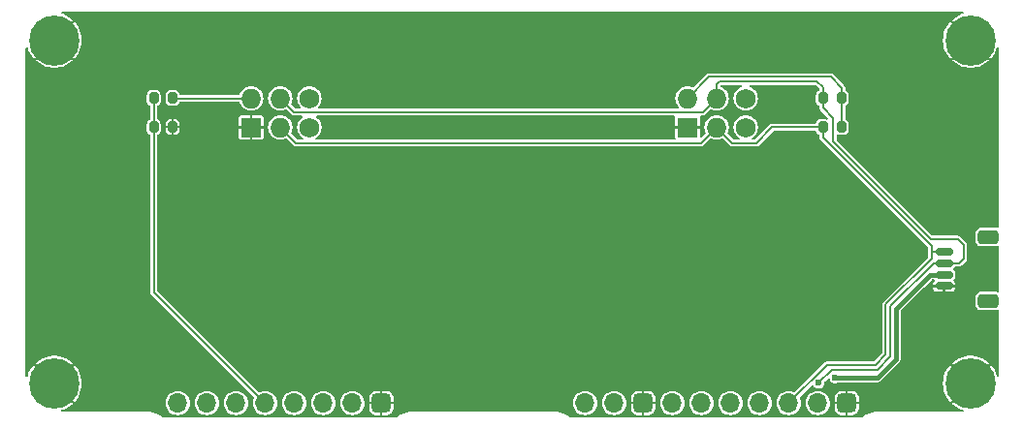
<source format=gtl>
%TF.GenerationSoftware,KiCad,Pcbnew,8.99.0-2433-g53022ab347*%
%TF.CreationDate,2024-10-05T16:52:00+02:00*%
%TF.ProjectId,Flipper SAO Debug,466c6970-7065-4722-9053-414f20446562,1.0*%
%TF.SameCoordinates,PX25b7c30PY3881550*%
%TF.FileFunction,Copper,L1,Top*%
%TF.FilePolarity,Positive*%
%FSLAX46Y46*%
G04 Gerber Fmt 4.6, Leading zero omitted, Abs format (unit mm)*
G04 Created by KiCad (PCBNEW 8.99.0-2433-g53022ab347) date 2024-10-05 16:52:00*
%MOMM*%
%LPD*%
G01*
G04 APERTURE LIST*
G04 Aperture macros list*
%AMRoundRect*
0 Rectangle with rounded corners*
0 $1 Rounding radius*
0 $2 $3 $4 $5 $6 $7 $8 $9 X,Y pos of 4 corners*
0 Add a 4 corners polygon primitive as box body*
4,1,4,$2,$3,$4,$5,$6,$7,$8,$9,$2,$3,0*
0 Add four circle primitives for the rounded corners*
1,1,$1+$1,$2,$3*
1,1,$1+$1,$4,$5*
1,1,$1+$1,$6,$7*
1,1,$1+$1,$8,$9*
0 Add four rect primitives between the rounded corners*
20,1,$1+$1,$2,$3,$4,$5,0*
20,1,$1+$1,$4,$5,$6,$7,0*
20,1,$1+$1,$6,$7,$8,$9,0*
20,1,$1+$1,$8,$9,$2,$3,0*%
G04 Aperture macros list end*
%TA.AperFunction,ComponentPad*%
%ADD10C,0.700000*%
%TD*%
%TA.AperFunction,ComponentPad*%
%ADD11C,4.400000*%
%TD*%
%TA.AperFunction,SMDPad,CuDef*%
%ADD12RoundRect,0.200000X0.200000X0.275000X-0.200000X0.275000X-0.200000X-0.275000X0.200000X-0.275000X0*%
%TD*%
%TA.AperFunction,ComponentPad*%
%ADD13O,1.727200X1.727200*%
%TD*%
%TA.AperFunction,ComponentPad*%
%ADD14R,1.727200X1.727200*%
%TD*%
%TA.AperFunction,ComponentPad*%
%ADD15C,1.727200*%
%TD*%
%TA.AperFunction,SMDPad,CuDef*%
%ADD16RoundRect,0.200000X-0.200000X-0.275000X0.200000X-0.275000X0.200000X0.275000X-0.200000X0.275000X0*%
%TD*%
%TA.AperFunction,ComponentPad*%
%ADD17RoundRect,0.425000X-0.425000X0.425000X-0.425000X-0.425000X0.425000X-0.425000X0.425000X0.425000X0*%
%TD*%
%TA.AperFunction,ComponentPad*%
%ADD18O,1.700000X1.700000*%
%TD*%
%TA.AperFunction,SMDPad,CuDef*%
%ADD19RoundRect,0.150000X0.625000X-0.150000X0.625000X0.150000X-0.625000X0.150000X-0.625000X-0.150000X0*%
%TD*%
%TA.AperFunction,SMDPad,CuDef*%
%ADD20RoundRect,0.250000X0.650000X-0.350000X0.650000X0.350000X-0.650000X0.350000X-0.650000X-0.350000X0*%
%TD*%
%TA.AperFunction,ViaPad*%
%ADD21C,0.600000*%
%TD*%
%TA.AperFunction,Conductor*%
%ADD22C,0.200000*%
%TD*%
%TA.AperFunction,Conductor*%
%ADD23C,0.400000*%
%TD*%
G04 APERTURE END LIST*
D10*
%TO.P,REF\u002A\u002A,1*%
%TO.N,GND*%
X1350000Y-3000000D03*
X1833274Y-1833274D03*
X1833274Y-4166726D03*
X3000000Y-1350000D03*
D11*
X3000000Y-3000000D03*
D10*
X3000000Y-4650000D03*
X4166726Y-1833274D03*
X4166726Y-4166726D03*
X4650000Y-3000000D03*
%TD*%
D12*
%TO.P,R2,1*%
%TO.N,Net-(X2-VCC)*%
X13345000Y-8060000D03*
%TO.P,R2,2*%
%TO.N,Net-(J1-Pin_5)*%
X11695000Y-8060000D03*
%TD*%
D13*
%TO.P,X2,1,VCC*%
%TO.N,Net-(X2-VCC)*%
X20200000Y-8080000D03*
D14*
%TO.P,X2,2,GND*%
%TO.N,GND*%
X20200000Y-10620000D03*
D13*
%TO.P,X2,3,SDA*%
%TO.N,I2C3_SDA*%
X22740000Y-8080000D03*
%TO.P,X2,4,SCL*%
%TO.N,I2C3_SCL*%
X22740000Y-10620000D03*
D15*
%TO.P,X2,5,GPIO1*%
%TO.N,GPIO1*%
X25280000Y-8080000D03*
%TO.P,X2,6,GPIO2*%
%TO.N,GPIO2*%
X25280000Y-10620000D03*
%TD*%
D10*
%TO.P,REF\u002A\u002A,1*%
%TO.N,GND*%
X81350000Y-33000000D03*
X81833274Y-31833274D03*
X81833274Y-34166726D03*
X83000000Y-31350000D03*
D11*
X83000000Y-33000000D03*
D10*
X83000000Y-34650000D03*
X84166726Y-31833274D03*
X84166726Y-34166726D03*
X84650000Y-33000000D03*
%TD*%
%TO.P,REF\u002A\u002A,1*%
%TO.N,GND*%
X81350000Y-3000000D03*
X81833274Y-1833274D03*
X81833274Y-4166726D03*
X83000000Y-1350000D03*
D11*
X83000000Y-3000000D03*
D10*
X83000000Y-4650000D03*
X84166726Y-1833274D03*
X84166726Y-4166726D03*
X84650000Y-3000000D03*
%TD*%
D16*
%TO.P,R1,1*%
%TO.N,Net-(J1-Pin_5)*%
X11695000Y-10600000D03*
%TO.P,R1,2*%
%TO.N,GND*%
X13345000Y-10600000D03*
%TD*%
D17*
%TO.P,J1,1,Pin_1*%
%TO.N,GND*%
X31570000Y-34730000D03*
D18*
%TO.P,J1,2,Pin_2*%
%TO.N,unconnected-(J1-Pin_2-Pad2)*%
X29029996Y-34729999D03*
%TO.P,J1,3,Pin_3*%
%TO.N,unconnected-(J1-Pin_3-Pad3)*%
X26490000Y-34730000D03*
%TO.P,J1,4,Pin_4*%
%TO.N,unconnected-(J1-Pin_4-Pad4)*%
X23950000Y-34730000D03*
%TO.P,J1,5,Pin_5*%
%TO.N,Net-(J1-Pin_5)*%
X21410001Y-34730000D03*
%TO.P,J1,6,Pin_6*%
%TO.N,GPIO2*%
X18870001Y-34730000D03*
%TO.P,J1,7,Pin_7*%
%TO.N,GPIO1*%
X16330000Y-34730000D03*
%TO.P,J1,8,Pin_8*%
%TO.N,unconnected-(J1-Pin_8-Pad8)*%
X13790000Y-34730000D03*
%TD*%
D10*
%TO.P,REF\u002A\u002A,1*%
%TO.N,GND*%
X1350000Y-33000000D03*
X1833274Y-31833274D03*
X1833274Y-34166726D03*
X3000000Y-31350000D03*
D11*
X3000000Y-33000000D03*
D10*
X3000000Y-34650000D03*
X4166726Y-31833274D03*
X4166726Y-34166726D03*
X4650000Y-33000000D03*
%TD*%
D19*
%TO.P,J3,1,Pin_1*%
%TO.N,GND*%
X80700000Y-24500000D03*
%TO.P,J3,2,Pin_2*%
%TO.N,VCC*%
X80700000Y-23500000D03*
%TO.P,J3,3,Pin_3*%
%TO.N,I2C3_SDA*%
X80700000Y-22500000D03*
%TO.P,J3,4,Pin_4*%
%TO.N,I2C3_SCL*%
X80700001Y-21500000D03*
D20*
%TO.P,J3,MP*%
%TO.N,N/C*%
X84574998Y-25800000D03*
X84575001Y-20200000D03*
%TD*%
D12*
%TO.P,R4,1*%
%TO.N,VCC*%
X71765000Y-8060000D03*
%TO.P,R4,2*%
%TO.N,I2C3_SDA*%
X70115000Y-8060000D03*
%TD*%
%TO.P,R3,1*%
%TO.N,VCC*%
X71765000Y-10600000D03*
%TO.P,R3,2*%
%TO.N,I2C3_SCL*%
X70115000Y-10600000D03*
%TD*%
D13*
%TO.P,X1,1,VCC*%
%TO.N,VCC*%
X58300000Y-8080000D03*
D14*
%TO.P,X1,2,GND*%
%TO.N,GND*%
X58300000Y-10620000D03*
D13*
%TO.P,X1,3,SDA*%
%TO.N,I2C3_SDA*%
X60840000Y-8080000D03*
%TO.P,X1,4,SCL*%
%TO.N,I2C3_SCL*%
X60840000Y-10620000D03*
D15*
%TO.P,X1,5,GPIO1*%
%TO.N,GPIO1*%
X63380000Y-8080000D03*
%TO.P,X1,6,GPIO2*%
%TO.N,GPIO2*%
X63380000Y-10620000D03*
%TD*%
D17*
%TO.P,J2,1,Pin_1*%
%TO.N,GND*%
X72210000Y-34730000D03*
D18*
%TO.P,J2,2,Pin_2*%
%TO.N,unconnected-(J2-Pin_2-Pad2)*%
X69669996Y-34729998D03*
%TO.P,J2,3,Pin_3*%
%TO.N,I2C3_SCL*%
X67130000Y-34730000D03*
%TO.P,J2,4,Pin_4*%
%TO.N,I2C3_SDA*%
X64590000Y-34730000D03*
%TO.P,J2,5,Pin_5*%
%TO.N,unconnected-(J2-Pin_5-Pad5)*%
X62050001Y-34729997D03*
%TO.P,J2,6,Pin_6*%
%TO.N,unconnected-(J2-Pin_6-Pad6)*%
X59510001Y-34730000D03*
%TO.P,J2,7,Pin_7*%
%TO.N,unconnected-(J2-Pin_7-Pad7)*%
X56970000Y-34730000D03*
D17*
%TO.P,J2,8,Pin_8*%
%TO.N,GND*%
X54430000Y-34730000D03*
D18*
%TO.P,J2,9,Pin_9*%
%TO.N,unconnected-(J2-Pin_9-Pad9)*%
X51890000Y-34730000D03*
%TO.P,J2,10,Pin_10*%
%TO.N,VCC*%
X49350002Y-34730000D03*
%TD*%
D21*
%TO.N,GND*%
X55850000Y-10650000D03*
X82750000Y-24550000D03*
X28100000Y-10650000D03*
X65150000Y-9200000D03*
X14500000Y-10550000D03*
%TO.N,I2C3_SDA*%
X69754265Y-32954265D03*
%TO.N,VCC*%
X71200000Y-32500000D03*
%TD*%
D22*
%TO.N,I2C3_SCL*%
X79600000Y-22100000D02*
X79600000Y-21500000D01*
X65700000Y-10600000D02*
X70115000Y-10600000D01*
X59460000Y-12000000D02*
X24120000Y-12000000D01*
X24120000Y-12000000D02*
X22740000Y-10620000D01*
X74700000Y-31400000D02*
X75600000Y-30500000D01*
X70115000Y-11515000D02*
X79600000Y-21000000D01*
X67130000Y-34730000D02*
X70460000Y-31400000D01*
X79600000Y-21000000D02*
X79600000Y-21500000D01*
X70460000Y-31400000D02*
X74700000Y-31400000D01*
X70115000Y-10600000D02*
X70115000Y-11515000D01*
X62220000Y-12000000D02*
X64300000Y-12000000D01*
X79600000Y-21500000D02*
X80700001Y-21500000D01*
X64300000Y-12000000D02*
X65700000Y-10600000D01*
X75600000Y-26100000D02*
X79600000Y-22100000D01*
X60840000Y-10620000D02*
X59460000Y-12000000D01*
X60840000Y-10620000D02*
X62220000Y-12000000D01*
X75600000Y-30500000D02*
X75600000Y-26100000D01*
%TO.N,I2C3_SDA*%
X70115000Y-8060000D02*
X70115000Y-8915000D01*
X82400000Y-20900000D02*
X82400000Y-22100000D01*
X81900000Y-20400000D02*
X82400000Y-20900000D01*
X70908530Y-31800000D02*
X74865686Y-31800000D01*
X70115000Y-7115000D02*
X70115000Y-8060000D01*
X59620000Y-9300000D02*
X23960000Y-9300000D01*
X69754265Y-32954265D02*
X70908530Y-31800000D01*
X61100000Y-6600000D02*
X69600000Y-6600000D01*
X82400000Y-22100000D02*
X82000000Y-22500000D01*
X76000000Y-26265686D02*
X79765686Y-22500000D01*
X71000000Y-9800000D02*
X71000000Y-11834314D01*
X70115000Y-8915000D02*
X71000000Y-9800000D01*
X60840000Y-8080000D02*
X60840000Y-6860000D01*
X76000000Y-30665686D02*
X76000000Y-26265686D01*
X74865686Y-31800000D02*
X76000000Y-30665686D01*
X60840000Y-6860000D02*
X61100000Y-6600000D01*
X71000000Y-11834314D02*
X79565686Y-20400000D01*
X79765686Y-22500000D02*
X80700000Y-22500000D01*
X23960000Y-9300000D02*
X22740000Y-8080000D01*
X82000000Y-22500000D02*
X80700000Y-22500000D01*
X79565686Y-20400000D02*
X81900000Y-20400000D01*
X60840000Y-8080000D02*
X59620000Y-9300000D01*
X69600000Y-6600000D02*
X70115000Y-7115000D01*
%TO.N,VCC*%
X71765000Y-7165000D02*
X70800000Y-6200000D01*
X60180000Y-6200000D02*
X58300000Y-8080000D01*
X70800000Y-6200000D02*
X60180000Y-6200000D01*
D23*
X79472792Y-23500000D02*
X80700000Y-23500000D01*
D22*
X71765000Y-8060000D02*
X71765000Y-7165000D01*
D23*
X71200000Y-32500000D02*
X74872792Y-32500000D01*
X74872792Y-32500000D02*
X76500000Y-30872792D01*
X76500000Y-26472792D02*
X79472792Y-23500000D01*
X76500000Y-30872792D02*
X76500000Y-26472792D01*
D22*
X71765000Y-8060000D02*
X71765000Y-10600000D01*
%TO.N,Net-(X2-VCC)*%
X13365000Y-8080000D02*
X13345000Y-8060000D01*
X20200000Y-8080000D02*
X13365000Y-8080000D01*
%TO.N,Net-(J1-Pin_5)*%
X11695000Y-8060000D02*
X11695000Y-10600000D01*
X11695000Y-25014999D02*
X11695000Y-10600000D01*
X21410001Y-34730000D02*
X11695000Y-25014999D01*
%TD*%
%TA.AperFunction,Conductor*%
%TO.N,GND*%
G36*
X57201051Y-9619407D02*
G01*
X57237015Y-9668907D01*
X57239958Y-9718814D01*
X57236400Y-9736699D01*
X57236400Y-10519999D01*
X57236401Y-10520000D01*
X57800874Y-10520000D01*
X57792000Y-10553120D01*
X57792000Y-10686880D01*
X57800874Y-10720000D01*
X57236401Y-10720000D01*
X57236400Y-10720001D01*
X57236400Y-11503300D01*
X57248003Y-11561636D01*
X57248408Y-11562612D01*
X57248545Y-11564359D01*
X57249906Y-11571199D01*
X57249096Y-11571359D01*
X57253210Y-11623609D01*
X57221242Y-11675779D01*
X57164715Y-11699195D01*
X57156945Y-11699500D01*
X25912964Y-11699500D01*
X25854773Y-11680593D01*
X25818809Y-11631093D01*
X25818809Y-11569907D01*
X25854773Y-11520407D01*
X25866295Y-11513190D01*
X25871639Y-11510332D01*
X25874043Y-11509048D01*
X26036073Y-11376073D01*
X26169048Y-11214043D01*
X26169052Y-11214034D01*
X26169055Y-11214031D01*
X26233543Y-11093381D01*
X26267857Y-11029184D01*
X26328704Y-10828600D01*
X26349249Y-10620000D01*
X26339400Y-10519999D01*
X26328705Y-10411405D01*
X26328704Y-10411402D01*
X26328704Y-10411400D01*
X26267857Y-10210816D01*
X26261997Y-10199852D01*
X26169055Y-10025968D01*
X26169050Y-10025961D01*
X26169048Y-10025957D01*
X26086195Y-9925001D01*
X26036077Y-9863931D01*
X26036068Y-9863922D01*
X25928968Y-9776028D01*
X25895981Y-9724497D01*
X25899583Y-9663418D01*
X25938398Y-9616121D01*
X25991773Y-9600500D01*
X57142860Y-9600500D01*
X57201051Y-9619407D01*
G37*
%TD.AperFunction*%
%TA.AperFunction,Conductor*%
G36*
X62993968Y-6919407D02*
G01*
X63029932Y-6968907D01*
X63029932Y-7030093D01*
X62993968Y-7079593D01*
X62973659Y-7090966D01*
X62970807Y-7092146D01*
X62785968Y-7190944D01*
X62785958Y-7190951D01*
X62623931Y-7323922D01*
X62623922Y-7323931D01*
X62490951Y-7485958D01*
X62490944Y-7485968D01*
X62392145Y-7670810D01*
X62392144Y-7670812D01*
X62331295Y-7871402D01*
X62331294Y-7871405D01*
X62310751Y-8079996D01*
X62310751Y-8080003D01*
X62331294Y-8288594D01*
X62331295Y-8288597D01*
X62392144Y-8489187D01*
X62392145Y-8489189D01*
X62490944Y-8674031D01*
X62490950Y-8674040D01*
X62490952Y-8674043D01*
X62529198Y-8720646D01*
X62623922Y-8836068D01*
X62623931Y-8836077D01*
X62695330Y-8894672D01*
X62785957Y-8969048D01*
X62785961Y-8969050D01*
X62785968Y-8969055D01*
X62970810Y-9067854D01*
X62970816Y-9067857D01*
X63171400Y-9128704D01*
X63171402Y-9128704D01*
X63171405Y-9128705D01*
X63379997Y-9149249D01*
X63380000Y-9149249D01*
X63380003Y-9149249D01*
X63588594Y-9128705D01*
X63588595Y-9128704D01*
X63588600Y-9128704D01*
X63789184Y-9067857D01*
X63889349Y-9014318D01*
X63974031Y-8969055D01*
X63974034Y-8969052D01*
X63974043Y-8969048D01*
X64136073Y-8836073D01*
X64269048Y-8674043D01*
X64269052Y-8674034D01*
X64269055Y-8674031D01*
X64332432Y-8555459D01*
X64367857Y-8489184D01*
X64428704Y-8288600D01*
X64449249Y-8080000D01*
X64449249Y-8079996D01*
X64428705Y-7871405D01*
X64428704Y-7871402D01*
X64428704Y-7871400D01*
X64367857Y-7670816D01*
X64367852Y-7670807D01*
X64269055Y-7485968D01*
X64269050Y-7485961D01*
X64269048Y-7485957D01*
X64175927Y-7372489D01*
X64136077Y-7323931D01*
X64136068Y-7323922D01*
X64012226Y-7222288D01*
X63974043Y-7190952D01*
X63974040Y-7190950D01*
X63974031Y-7190944D01*
X63789192Y-7092146D01*
X63786341Y-7090966D01*
X63785267Y-7090048D01*
X63784895Y-7089850D01*
X63784938Y-7089768D01*
X63739814Y-7051231D01*
X63725528Y-6991736D01*
X63748940Y-6935208D01*
X63801108Y-6903236D01*
X63824223Y-6900500D01*
X69434521Y-6900500D01*
X69492712Y-6919407D01*
X69504525Y-6929496D01*
X69785504Y-7210475D01*
X69789130Y-7217592D01*
X69795593Y-7222288D01*
X69802756Y-7244336D01*
X69813281Y-7264992D01*
X69814500Y-7280479D01*
X69814500Y-7326048D01*
X69795593Y-7384239D01*
X69760446Y-7414257D01*
X69676659Y-7456949D01*
X69586949Y-7546659D01*
X69529354Y-7659695D01*
X69514500Y-7753477D01*
X69514500Y-8366520D01*
X69514501Y-8366523D01*
X69529352Y-8460299D01*
X69529354Y-8460304D01*
X69586950Y-8573342D01*
X69676658Y-8663050D01*
X69760446Y-8705742D01*
X69803710Y-8749006D01*
X69814500Y-8793951D01*
X69814500Y-8954564D01*
X69834978Y-9030988D01*
X69851462Y-9059538D01*
X69851462Y-9059539D01*
X69856265Y-9067858D01*
X69874540Y-9099511D01*
X70259540Y-9484511D01*
X70557121Y-9782092D01*
X70584898Y-9836609D01*
X70575327Y-9897041D01*
X70532062Y-9940306D01*
X70471630Y-9949877D01*
X70442171Y-9940305D01*
X70440304Y-9939354D01*
X70440305Y-9939354D01*
X70346522Y-9924500D01*
X69883479Y-9924500D01*
X69883476Y-9924501D01*
X69789700Y-9939352D01*
X69789695Y-9939354D01*
X69676659Y-9996949D01*
X69586949Y-10086659D01*
X69529354Y-10199695D01*
X69526774Y-10215986D01*
X69498997Y-10270503D01*
X69444481Y-10298281D01*
X69428993Y-10299500D01*
X65660435Y-10299500D01*
X65584011Y-10319978D01*
X65554014Y-10337297D01*
X65549372Y-10339978D01*
X65515489Y-10359540D01*
X64204525Y-11670504D01*
X64150008Y-11698281D01*
X64134521Y-11699500D01*
X64012964Y-11699500D01*
X63954773Y-11680593D01*
X63918809Y-11631093D01*
X63918809Y-11569907D01*
X63954773Y-11520407D01*
X63966295Y-11513190D01*
X63971639Y-11510332D01*
X63974043Y-11509048D01*
X64136073Y-11376073D01*
X64269048Y-11214043D01*
X64269052Y-11214034D01*
X64269055Y-11214031D01*
X64333543Y-11093381D01*
X64367857Y-11029184D01*
X64428704Y-10828600D01*
X64449249Y-10620000D01*
X64439400Y-10519999D01*
X64428705Y-10411405D01*
X64428704Y-10411402D01*
X64428704Y-10411400D01*
X64367857Y-10210816D01*
X64361997Y-10199852D01*
X64269055Y-10025968D01*
X64269050Y-10025961D01*
X64269048Y-10025957D01*
X64186195Y-9925001D01*
X64136077Y-9863931D01*
X64136068Y-9863922D01*
X64028968Y-9776028D01*
X63974043Y-9730952D01*
X63974040Y-9730950D01*
X63974031Y-9730944D01*
X63789189Y-9632145D01*
X63789187Y-9632144D01*
X63734283Y-9615489D01*
X63588600Y-9571296D01*
X63588597Y-9571295D01*
X63588594Y-9571294D01*
X63380003Y-9550751D01*
X63379997Y-9550751D01*
X63171405Y-9571294D01*
X63171402Y-9571295D01*
X62970812Y-9632144D01*
X62970810Y-9632145D01*
X62785968Y-9730944D01*
X62785958Y-9730951D01*
X62623931Y-9863922D01*
X62623922Y-9863931D01*
X62490951Y-10025958D01*
X62490944Y-10025968D01*
X62392145Y-10210810D01*
X62392144Y-10210812D01*
X62331295Y-10411402D01*
X62331294Y-10411405D01*
X62310751Y-10619996D01*
X62310751Y-10620003D01*
X62331294Y-10828594D01*
X62331295Y-10828597D01*
X62331296Y-10828600D01*
X62391329Y-11026502D01*
X62392144Y-11029187D01*
X62392145Y-11029189D01*
X62490944Y-11214031D01*
X62490950Y-11214040D01*
X62490952Y-11214043D01*
X62541387Y-11275498D01*
X62623922Y-11376068D01*
X62623931Y-11376077D01*
X62692586Y-11432420D01*
X62785957Y-11509048D01*
X62785962Y-11509050D01*
X62785964Y-11509052D01*
X62793705Y-11513190D01*
X62836111Y-11557296D01*
X62844494Y-11617904D01*
X62815651Y-11671865D01*
X62760600Y-11698566D01*
X62747036Y-11699500D01*
X62385479Y-11699500D01*
X62327288Y-11680593D01*
X62315475Y-11670504D01*
X61826236Y-11181265D01*
X61798459Y-11126748D01*
X61808030Y-11066316D01*
X61808931Y-11064591D01*
X61827853Y-11029191D01*
X61827854Y-11029189D01*
X61827857Y-11029184D01*
X61888704Y-10828600D01*
X61909249Y-10620000D01*
X61899400Y-10519999D01*
X61888705Y-10411405D01*
X61888704Y-10411402D01*
X61888704Y-10411400D01*
X61827857Y-10210816D01*
X61821997Y-10199852D01*
X61729055Y-10025968D01*
X61729050Y-10025961D01*
X61729048Y-10025957D01*
X61646195Y-9925001D01*
X61596077Y-9863931D01*
X61596068Y-9863922D01*
X61488968Y-9776028D01*
X61434043Y-9730952D01*
X61434040Y-9730950D01*
X61434031Y-9730944D01*
X61249189Y-9632145D01*
X61249187Y-9632144D01*
X61194283Y-9615489D01*
X61048600Y-9571296D01*
X61048597Y-9571295D01*
X61048594Y-9571294D01*
X60840003Y-9550751D01*
X60839997Y-9550751D01*
X60631405Y-9571294D01*
X60631402Y-9571295D01*
X60430812Y-9632144D01*
X60430810Y-9632145D01*
X60245968Y-9730944D01*
X60245958Y-9730951D01*
X60083931Y-9863922D01*
X60083922Y-9863931D01*
X59950951Y-10025958D01*
X59950944Y-10025968D01*
X59852145Y-10210810D01*
X59852144Y-10210812D01*
X59791295Y-10411402D01*
X59791294Y-10411405D01*
X59770751Y-10619996D01*
X59770751Y-10620003D01*
X59791294Y-10828594D01*
X59791295Y-10828597D01*
X59791296Y-10828600D01*
X59852143Y-11029184D01*
X59871069Y-11064592D01*
X59881826Y-11124823D01*
X59855124Y-11179875D01*
X59853763Y-11181263D01*
X59532604Y-11502423D01*
X59478087Y-11530201D01*
X59417655Y-11520630D01*
X59374390Y-11477365D01*
X59363600Y-11432420D01*
X59363600Y-10720001D01*
X59363599Y-10720000D01*
X58799126Y-10720000D01*
X58808000Y-10686880D01*
X58808000Y-10553120D01*
X58799126Y-10520000D01*
X59363599Y-10520000D01*
X59363600Y-10519999D01*
X59363600Y-9736702D01*
X59363599Y-9736699D01*
X59360042Y-9718814D01*
X59367234Y-9658053D01*
X59408766Y-9613123D01*
X59457140Y-9600500D01*
X59659563Y-9600500D01*
X59659563Y-9600499D01*
X59735989Y-9580021D01*
X59804511Y-9540460D01*
X59832485Y-9512485D01*
X59860461Y-9484511D01*
X60195721Y-9149249D01*
X60278735Y-9066234D01*
X60333250Y-9038458D01*
X60393682Y-9048029D01*
X60395372Y-9048912D01*
X60415252Y-9059538D01*
X60430808Y-9067853D01*
X60430809Y-9067853D01*
X60430816Y-9067857D01*
X60577239Y-9112274D01*
X60631399Y-9128704D01*
X60631405Y-9128705D01*
X60839997Y-9149249D01*
X60840000Y-9149249D01*
X60840003Y-9149249D01*
X61048594Y-9128705D01*
X61048595Y-9128704D01*
X61048600Y-9128704D01*
X61249184Y-9067857D01*
X61349349Y-9014318D01*
X61434031Y-8969055D01*
X61434034Y-8969052D01*
X61434043Y-8969048D01*
X61596073Y-8836073D01*
X61729048Y-8674043D01*
X61729052Y-8674034D01*
X61729055Y-8674031D01*
X61792432Y-8555459D01*
X61827857Y-8489184D01*
X61888704Y-8288600D01*
X61909249Y-8080000D01*
X61909249Y-8079996D01*
X61888705Y-7871405D01*
X61888704Y-7871402D01*
X61888704Y-7871400D01*
X61827857Y-7670816D01*
X61827852Y-7670807D01*
X61729055Y-7485968D01*
X61729050Y-7485961D01*
X61729048Y-7485957D01*
X61635927Y-7372489D01*
X61596077Y-7323931D01*
X61596068Y-7323922D01*
X61472226Y-7222288D01*
X61434043Y-7190952D01*
X61434040Y-7190950D01*
X61434031Y-7190944D01*
X61249190Y-7092146D01*
X61249188Y-7092145D01*
X61249184Y-7092143D01*
X61249179Y-7092141D01*
X61246337Y-7090964D01*
X61245263Y-7090046D01*
X61244895Y-7089850D01*
X61244938Y-7089769D01*
X61199812Y-7051227D01*
X61185529Y-6991732D01*
X61208944Y-6935204D01*
X61261114Y-6903235D01*
X61284224Y-6900500D01*
X62935777Y-6900500D01*
X62993968Y-6919407D01*
G37*
%TD.AperFunction*%
%TA.AperFunction,Conductor*%
G36*
X82358864Y-519407D02*
G01*
X82394828Y-568907D01*
X82394828Y-630093D01*
X82358864Y-679593D01*
X82325293Y-695390D01*
X82256892Y-712952D01*
X81976110Y-824120D01*
X81976107Y-824122D01*
X81711483Y-969599D01*
X81467155Y-1147114D01*
X81375038Y-1233616D01*
X82294397Y-2152975D01*
X82283398Y-2160967D01*
X82160967Y-2283398D01*
X82152975Y-2294397D01*
X81231351Y-1372773D01*
X81054519Y-1586526D01*
X80892713Y-1841491D01*
X80892706Y-1841504D01*
X80764127Y-2114747D01*
X80670805Y-2401962D01*
X80670802Y-2401972D01*
X80614217Y-2698600D01*
X80595255Y-3000000D01*
X80614217Y-3301399D01*
X80670802Y-3598027D01*
X80670805Y-3598037D01*
X80764127Y-3885252D01*
X80892706Y-4158495D01*
X80892713Y-4158508D01*
X81054519Y-4413473D01*
X81231351Y-4627225D01*
X82152974Y-3705601D01*
X82160967Y-3716602D01*
X82283398Y-3839033D01*
X82294396Y-3847023D01*
X81375038Y-4766382D01*
X81467155Y-4852885D01*
X81711483Y-5030400D01*
X81976107Y-5175877D01*
X81976110Y-5175879D01*
X82256892Y-5287047D01*
X82549402Y-5362150D01*
X82549398Y-5362150D01*
X82849005Y-5400000D01*
X83150995Y-5400000D01*
X83450599Y-5362150D01*
X83743107Y-5287047D01*
X84023889Y-5175879D01*
X84023892Y-5175877D01*
X84288516Y-5030400D01*
X84532844Y-4852886D01*
X84624960Y-4766382D01*
X83705602Y-3847024D01*
X83716602Y-3839033D01*
X83839033Y-3716602D01*
X83847024Y-3705602D01*
X84768648Y-4627226D01*
X84945473Y-4413482D01*
X84945480Y-4413473D01*
X85107286Y-4158508D01*
X85107293Y-4158495D01*
X85235872Y-3885252D01*
X85306345Y-3668362D01*
X85342309Y-3618862D01*
X85400500Y-3599955D01*
X85458691Y-3618862D01*
X85494655Y-3668363D01*
X85499500Y-3698955D01*
X85499500Y-19329240D01*
X85480593Y-19387431D01*
X85431093Y-19423395D01*
X85369907Y-19423395D01*
X85367803Y-19422685D01*
X85361677Y-19420541D01*
X85309700Y-19402354D01*
X85309698Y-19402353D01*
X85309695Y-19402353D01*
X85279275Y-19399500D01*
X85279267Y-19399500D01*
X83870735Y-19399500D01*
X83870726Y-19399500D01*
X83840306Y-19402353D01*
X83840297Y-19402355D01*
X83712117Y-19447207D01*
X83602856Y-19527845D01*
X83602846Y-19527855D01*
X83522208Y-19637116D01*
X83477356Y-19765296D01*
X83477354Y-19765305D01*
X83474501Y-19795725D01*
X83474501Y-20604274D01*
X83477354Y-20634694D01*
X83477356Y-20634703D01*
X83522208Y-20762883D01*
X83602846Y-20872144D01*
X83602848Y-20872146D01*
X83602851Y-20872150D01*
X83602854Y-20872152D01*
X83602856Y-20872154D01*
X83712117Y-20952792D01*
X83712118Y-20952792D01*
X83712119Y-20952793D01*
X83840302Y-20997646D01*
X83870726Y-21000499D01*
X83870728Y-21000500D01*
X83870735Y-21000500D01*
X85279274Y-21000500D01*
X85279274Y-21000499D01*
X85309700Y-20997646D01*
X85367802Y-20977314D01*
X85428972Y-20975941D01*
X85479266Y-21010785D01*
X85499475Y-21068537D01*
X85499500Y-21070759D01*
X85499500Y-24929241D01*
X85480593Y-24987432D01*
X85431093Y-25023396D01*
X85369907Y-25023396D01*
X85367803Y-25022686D01*
X85355812Y-25018490D01*
X85309697Y-25002354D01*
X85309695Y-25002353D01*
X85309692Y-25002353D01*
X85279272Y-24999500D01*
X85279264Y-24999500D01*
X83870732Y-24999500D01*
X83870723Y-24999500D01*
X83840303Y-25002353D01*
X83840294Y-25002355D01*
X83712114Y-25047207D01*
X83602853Y-25127845D01*
X83602843Y-25127855D01*
X83522205Y-25237116D01*
X83477353Y-25365296D01*
X83477351Y-25365305D01*
X83474498Y-25395725D01*
X83474498Y-26204274D01*
X83477351Y-26234694D01*
X83477353Y-26234703D01*
X83522205Y-26362883D01*
X83602843Y-26472144D01*
X83602845Y-26472146D01*
X83602848Y-26472150D01*
X83602851Y-26472152D01*
X83602853Y-26472154D01*
X83712114Y-26552792D01*
X83712115Y-26552792D01*
X83712116Y-26552793D01*
X83840299Y-26597646D01*
X83870723Y-26600499D01*
X83870725Y-26600500D01*
X83870732Y-26600500D01*
X85279271Y-26600500D01*
X85279271Y-26600499D01*
X85309697Y-26597646D01*
X85367802Y-26577313D01*
X85428972Y-26575940D01*
X85479266Y-26610784D01*
X85499475Y-26668536D01*
X85499500Y-26670758D01*
X85499500Y-32301044D01*
X85480593Y-32359235D01*
X85431093Y-32395199D01*
X85369907Y-32395199D01*
X85320407Y-32359235D01*
X85306346Y-32331637D01*
X85235875Y-32114754D01*
X85107293Y-31841504D01*
X85107286Y-31841491D01*
X84945480Y-31586526D01*
X84945473Y-31586517D01*
X84768647Y-31372773D01*
X83847024Y-32294396D01*
X83839033Y-32283398D01*
X83716602Y-32160967D01*
X83705601Y-32152974D01*
X84624960Y-31233616D01*
X84532844Y-31147114D01*
X84288516Y-30969599D01*
X84023892Y-30824122D01*
X84023889Y-30824120D01*
X83743107Y-30712952D01*
X83450597Y-30637849D01*
X83450601Y-30637849D01*
X83150995Y-30600000D01*
X82849005Y-30600000D01*
X82549400Y-30637849D01*
X82256892Y-30712952D01*
X81976110Y-30824120D01*
X81976107Y-30824122D01*
X81711483Y-30969599D01*
X81467155Y-31147114D01*
X81375038Y-31233616D01*
X82294397Y-32152975D01*
X82283398Y-32160967D01*
X82160967Y-32283398D01*
X82152975Y-32294397D01*
X81231351Y-31372773D01*
X81054519Y-31586526D01*
X80892713Y-31841491D01*
X80892706Y-31841504D01*
X80764127Y-32114747D01*
X80670805Y-32401962D01*
X80670802Y-32401972D01*
X80614217Y-32698600D01*
X80595255Y-33000000D01*
X80614217Y-33301399D01*
X80670802Y-33598027D01*
X80670805Y-33598037D01*
X80764127Y-33885252D01*
X80892706Y-34158495D01*
X80892713Y-34158508D01*
X81054519Y-34413473D01*
X81231351Y-34627225D01*
X82152974Y-33705601D01*
X82160967Y-33716602D01*
X82283398Y-33839033D01*
X82294396Y-33847024D01*
X81375038Y-34766382D01*
X81467155Y-34852885D01*
X81711483Y-35030400D01*
X81976107Y-35175877D01*
X81976110Y-35175879D01*
X82256892Y-35287047D01*
X82325293Y-35304610D01*
X82376954Y-35337395D01*
X82399478Y-35394284D01*
X82384261Y-35453547D01*
X82337117Y-35492548D01*
X82300673Y-35499500D01*
X74623366Y-35499500D01*
X74372695Y-35535541D01*
X74372690Y-35535542D01*
X74129698Y-35606890D01*
X73899320Y-35712101D01*
X73899312Y-35712105D01*
X73686275Y-35849015D01*
X73686263Y-35849024D01*
X73539935Y-35975819D01*
X73483576Y-35999637D01*
X73475104Y-36000000D01*
X48084896Y-36000000D01*
X48026705Y-35981093D01*
X48020065Y-35975819D01*
X47873736Y-35849024D01*
X47873724Y-35849015D01*
X47660687Y-35712105D01*
X47660681Y-35712102D01*
X47660678Y-35712100D01*
X47504843Y-35640932D01*
X47430301Y-35606890D01*
X47187309Y-35535542D01*
X47187304Y-35535541D01*
X46936634Y-35499500D01*
X46936629Y-35499500D01*
X46875892Y-35499500D01*
X34175892Y-35499500D01*
X34110000Y-35499500D01*
X33983371Y-35499500D01*
X33983366Y-35499500D01*
X33732695Y-35535541D01*
X33732690Y-35535542D01*
X33489698Y-35606890D01*
X33259320Y-35712101D01*
X33259312Y-35712105D01*
X33046275Y-35849015D01*
X33046263Y-35849024D01*
X32899935Y-35975819D01*
X32843576Y-35999637D01*
X32835104Y-36000000D01*
X12524896Y-36000000D01*
X12466705Y-35981093D01*
X12460065Y-35975819D01*
X12313736Y-35849024D01*
X12313724Y-35849015D01*
X12100687Y-35712105D01*
X12100681Y-35712102D01*
X12100678Y-35712100D01*
X11944843Y-35640932D01*
X11870301Y-35606890D01*
X11627309Y-35535542D01*
X11627304Y-35535541D01*
X11376634Y-35499500D01*
X11376629Y-35499500D01*
X11315892Y-35499500D01*
X3699327Y-35499500D01*
X3641136Y-35480593D01*
X3605172Y-35431093D01*
X3605172Y-35369907D01*
X3641136Y-35320407D01*
X3674707Y-35304610D01*
X3743107Y-35287047D01*
X4023889Y-35175879D01*
X4023892Y-35175877D01*
X4288516Y-35030400D01*
X4532844Y-34852886D01*
X4624960Y-34766382D01*
X4588574Y-34729996D01*
X12734417Y-34729996D01*
X12734417Y-34730003D01*
X12754698Y-34935929D01*
X12754699Y-34935934D01*
X12814768Y-35133954D01*
X12912316Y-35316452D01*
X13024827Y-35453547D01*
X13043590Y-35476410D01*
X13043594Y-35476413D01*
X13043595Y-35476414D01*
X13203547Y-35607683D01*
X13203548Y-35607683D01*
X13203550Y-35607685D01*
X13386046Y-35705232D01*
X13478094Y-35733154D01*
X13584065Y-35765300D01*
X13584070Y-35765301D01*
X13789997Y-35785583D01*
X13790000Y-35785583D01*
X13790003Y-35785583D01*
X13995929Y-35765301D01*
X13995934Y-35765300D01*
X13995944Y-35765297D01*
X14193954Y-35705232D01*
X14376450Y-35607685D01*
X14536410Y-35476410D01*
X14667685Y-35316450D01*
X14765232Y-35133954D01*
X14825300Y-34935934D01*
X14825300Y-34935932D01*
X14825301Y-34935929D01*
X14845583Y-34730003D01*
X14845583Y-34729996D01*
X15274417Y-34729996D01*
X15274417Y-34730003D01*
X15294698Y-34935929D01*
X15294699Y-34935934D01*
X15354768Y-35133954D01*
X15452316Y-35316452D01*
X15564827Y-35453547D01*
X15583590Y-35476410D01*
X15583594Y-35476413D01*
X15583595Y-35476414D01*
X15743547Y-35607683D01*
X15743548Y-35607683D01*
X15743550Y-35607685D01*
X15926046Y-35705232D01*
X16018094Y-35733154D01*
X16124065Y-35765300D01*
X16124070Y-35765301D01*
X16329997Y-35785583D01*
X16330000Y-35785583D01*
X16330003Y-35785583D01*
X16535929Y-35765301D01*
X16535934Y-35765300D01*
X16535944Y-35765297D01*
X16733954Y-35705232D01*
X16916450Y-35607685D01*
X17076410Y-35476410D01*
X17207685Y-35316450D01*
X17305232Y-35133954D01*
X17365300Y-34935934D01*
X17365300Y-34935932D01*
X17365301Y-34935929D01*
X17385583Y-34730003D01*
X17385583Y-34729996D01*
X17814418Y-34729996D01*
X17814418Y-34730003D01*
X17834699Y-34935929D01*
X17834700Y-34935934D01*
X17894769Y-35133954D01*
X17992317Y-35316452D01*
X18104828Y-35453547D01*
X18123591Y-35476410D01*
X18123595Y-35476413D01*
X18123596Y-35476414D01*
X18283548Y-35607683D01*
X18283549Y-35607683D01*
X18283551Y-35607685D01*
X18466047Y-35705232D01*
X18558095Y-35733154D01*
X18664066Y-35765300D01*
X18664071Y-35765301D01*
X18869998Y-35785583D01*
X18870001Y-35785583D01*
X18870004Y-35785583D01*
X19075930Y-35765301D01*
X19075935Y-35765300D01*
X19075945Y-35765297D01*
X19273955Y-35705232D01*
X19456451Y-35607685D01*
X19616411Y-35476410D01*
X19747686Y-35316450D01*
X19845233Y-35133954D01*
X19905301Y-34935934D01*
X19905301Y-34935932D01*
X19905302Y-34935929D01*
X19925584Y-34730003D01*
X19925584Y-34729996D01*
X19905302Y-34524070D01*
X19905301Y-34524065D01*
X19846402Y-34329901D01*
X19845233Y-34326046D01*
X19747686Y-34143550D01*
X19747684Y-34143548D01*
X19747684Y-34143547D01*
X19616415Y-33983595D01*
X19616413Y-33983593D01*
X19616411Y-33983590D01*
X19616404Y-33983584D01*
X19456453Y-33852316D01*
X19273955Y-33754768D01*
X19075935Y-33694699D01*
X19075930Y-33694698D01*
X18870004Y-33674417D01*
X18869998Y-33674417D01*
X18664071Y-33694698D01*
X18664066Y-33694699D01*
X18466046Y-33754768D01*
X18283548Y-33852316D01*
X18123596Y-33983585D01*
X18123586Y-33983595D01*
X17992317Y-34143547D01*
X17894769Y-34326045D01*
X17834700Y-34524065D01*
X17834699Y-34524070D01*
X17814418Y-34729996D01*
X17385583Y-34729996D01*
X17365301Y-34524070D01*
X17365300Y-34524065D01*
X17306401Y-34329901D01*
X17305232Y-34326046D01*
X17207685Y-34143550D01*
X17207683Y-34143548D01*
X17207683Y-34143547D01*
X17076414Y-33983595D01*
X17076412Y-33983593D01*
X17076410Y-33983590D01*
X17076403Y-33983584D01*
X16916452Y-33852316D01*
X16733954Y-33754768D01*
X16535934Y-33694699D01*
X16535929Y-33694698D01*
X16330003Y-33674417D01*
X16329997Y-33674417D01*
X16124070Y-33694698D01*
X16124065Y-33694699D01*
X15926045Y-33754768D01*
X15743547Y-33852316D01*
X15583595Y-33983585D01*
X15583585Y-33983595D01*
X15452316Y-34143547D01*
X15354768Y-34326045D01*
X15294699Y-34524065D01*
X15294698Y-34524070D01*
X15274417Y-34729996D01*
X14845583Y-34729996D01*
X14825301Y-34524070D01*
X14825300Y-34524065D01*
X14766401Y-34329901D01*
X14765232Y-34326046D01*
X14667685Y-34143550D01*
X14667683Y-34143548D01*
X14667683Y-34143547D01*
X14536414Y-33983595D01*
X14536412Y-33983593D01*
X14536410Y-33983590D01*
X14536403Y-33983584D01*
X14376452Y-33852316D01*
X14193954Y-33754768D01*
X13995934Y-33694699D01*
X13995929Y-33694698D01*
X13790003Y-33674417D01*
X13789997Y-33674417D01*
X13584070Y-33694698D01*
X13584065Y-33694699D01*
X13386045Y-33754768D01*
X13203547Y-33852316D01*
X13043595Y-33983585D01*
X13043585Y-33983595D01*
X12912316Y-34143547D01*
X12814768Y-34326045D01*
X12754699Y-34524065D01*
X12754698Y-34524070D01*
X12734417Y-34729996D01*
X4588574Y-34729996D01*
X3705602Y-33847024D01*
X3716602Y-33839033D01*
X3839033Y-33716602D01*
X3847024Y-33705602D01*
X4768648Y-34627226D01*
X4945473Y-34413482D01*
X4945480Y-34413473D01*
X5107286Y-34158508D01*
X5107293Y-34158495D01*
X5235872Y-33885252D01*
X5329194Y-33598037D01*
X5329197Y-33598027D01*
X5385782Y-33301399D01*
X5404744Y-33000000D01*
X5385782Y-32698600D01*
X5329197Y-32401972D01*
X5329194Y-32401962D01*
X5235872Y-32114747D01*
X5107293Y-31841504D01*
X5107286Y-31841491D01*
X4945480Y-31586526D01*
X4945473Y-31586517D01*
X4768647Y-31372773D01*
X3847023Y-32294396D01*
X3839033Y-32283398D01*
X3716602Y-32160967D01*
X3705601Y-32152974D01*
X4624960Y-31233616D01*
X4532844Y-31147114D01*
X4288516Y-30969599D01*
X4023892Y-30824122D01*
X4023889Y-30824120D01*
X3743107Y-30712952D01*
X3450597Y-30637849D01*
X3450601Y-30637849D01*
X3150995Y-30600000D01*
X2849005Y-30600000D01*
X2549400Y-30637849D01*
X2256892Y-30712952D01*
X1976110Y-30824120D01*
X1976107Y-30824122D01*
X1711483Y-30969599D01*
X1467155Y-31147114D01*
X1375038Y-31233616D01*
X2294397Y-32152975D01*
X2283398Y-32160967D01*
X2160967Y-32283398D01*
X2152975Y-32294397D01*
X1231351Y-31372773D01*
X1054519Y-31586526D01*
X892713Y-31841491D01*
X892706Y-31841504D01*
X764124Y-32114754D01*
X693654Y-32331637D01*
X657690Y-32381137D01*
X599500Y-32400044D01*
X541309Y-32381136D01*
X505345Y-32331636D01*
X500500Y-32301044D01*
X500500Y-7753477D01*
X11094500Y-7753477D01*
X11094500Y-8366520D01*
X11094501Y-8366523D01*
X11109352Y-8460299D01*
X11109354Y-8460304D01*
X11166950Y-8573342D01*
X11256658Y-8663050D01*
X11340446Y-8705742D01*
X11383710Y-8749006D01*
X11394500Y-8793951D01*
X11394500Y-9866048D01*
X11375593Y-9924239D01*
X11340446Y-9954257D01*
X11256659Y-9996949D01*
X11166949Y-10086659D01*
X11109354Y-10199695D01*
X11094500Y-10293477D01*
X11094500Y-10906520D01*
X11094501Y-10906523D01*
X11109352Y-11000299D01*
X11109354Y-11000304D01*
X11166950Y-11113342D01*
X11256658Y-11203050D01*
X11340446Y-11245742D01*
X11383710Y-11289006D01*
X11394500Y-11333951D01*
X11394500Y-25054563D01*
X11414978Y-25130987D01*
X11414980Y-25130991D01*
X11454538Y-25199507D01*
X11454540Y-25199510D01*
X16589551Y-30334521D01*
X20433813Y-34178783D01*
X20461590Y-34233300D01*
X20452019Y-34293732D01*
X20451121Y-34295453D01*
X20434770Y-34326044D01*
X20434767Y-34326052D01*
X20374700Y-34524065D01*
X20374699Y-34524070D01*
X20354418Y-34729996D01*
X20354418Y-34730003D01*
X20374699Y-34935929D01*
X20374700Y-34935934D01*
X20434769Y-35133954D01*
X20532317Y-35316452D01*
X20644828Y-35453547D01*
X20663591Y-35476410D01*
X20663595Y-35476413D01*
X20663596Y-35476414D01*
X20823548Y-35607683D01*
X20823549Y-35607683D01*
X20823551Y-35607685D01*
X21006047Y-35705232D01*
X21098095Y-35733154D01*
X21204066Y-35765300D01*
X21204071Y-35765301D01*
X21409998Y-35785583D01*
X21410001Y-35785583D01*
X21410004Y-35785583D01*
X21615930Y-35765301D01*
X21615935Y-35765300D01*
X21615945Y-35765297D01*
X21813955Y-35705232D01*
X21996451Y-35607685D01*
X22156411Y-35476410D01*
X22287686Y-35316450D01*
X22385233Y-35133954D01*
X22445301Y-34935934D01*
X22445301Y-34935932D01*
X22445302Y-34935929D01*
X22465584Y-34730003D01*
X22465584Y-34729996D01*
X22894417Y-34729996D01*
X22894417Y-34730003D01*
X22914698Y-34935929D01*
X22914699Y-34935934D01*
X22974768Y-35133954D01*
X23072316Y-35316452D01*
X23184827Y-35453547D01*
X23203590Y-35476410D01*
X23203594Y-35476413D01*
X23203595Y-35476414D01*
X23363547Y-35607683D01*
X23363548Y-35607683D01*
X23363550Y-35607685D01*
X23546046Y-35705232D01*
X23638094Y-35733154D01*
X23744065Y-35765300D01*
X23744070Y-35765301D01*
X23949997Y-35785583D01*
X23950000Y-35785583D01*
X23950003Y-35785583D01*
X24155929Y-35765301D01*
X24155934Y-35765300D01*
X24155944Y-35765297D01*
X24353954Y-35705232D01*
X24536450Y-35607685D01*
X24696410Y-35476410D01*
X24827685Y-35316450D01*
X24925232Y-35133954D01*
X24985300Y-34935934D01*
X24985300Y-34935932D01*
X24985301Y-34935929D01*
X25005583Y-34730003D01*
X25005583Y-34729996D01*
X25434417Y-34729996D01*
X25434417Y-34730003D01*
X25454698Y-34935929D01*
X25454699Y-34935934D01*
X25514768Y-35133954D01*
X25612316Y-35316452D01*
X25724827Y-35453547D01*
X25743590Y-35476410D01*
X25743594Y-35476413D01*
X25743595Y-35476414D01*
X25903547Y-35607683D01*
X25903548Y-35607683D01*
X25903550Y-35607685D01*
X26086046Y-35705232D01*
X26178094Y-35733154D01*
X26284065Y-35765300D01*
X26284070Y-35765301D01*
X26489997Y-35785583D01*
X26490000Y-35785583D01*
X26490003Y-35785583D01*
X26695929Y-35765301D01*
X26695934Y-35765300D01*
X26695944Y-35765297D01*
X26893954Y-35705232D01*
X27076450Y-35607685D01*
X27236410Y-35476410D01*
X27367685Y-35316450D01*
X27465232Y-35133954D01*
X27525300Y-34935934D01*
X27525300Y-34935932D01*
X27525301Y-34935929D01*
X27545583Y-34730003D01*
X27545583Y-34729995D01*
X27974413Y-34729995D01*
X27974413Y-34730002D01*
X27994694Y-34935928D01*
X27994695Y-34935933D01*
X28054764Y-35133953D01*
X28152312Y-35316451D01*
X28242930Y-35426869D01*
X28283586Y-35476409D01*
X28303252Y-35492548D01*
X28443543Y-35607682D01*
X28443544Y-35607682D01*
X28443546Y-35607684D01*
X28626042Y-35705231D01*
X28763993Y-35747077D01*
X28824061Y-35765299D01*
X28824066Y-35765300D01*
X29029993Y-35785582D01*
X29029996Y-35785582D01*
X29029999Y-35785582D01*
X29235925Y-35765300D01*
X29235930Y-35765299D01*
X29235937Y-35765297D01*
X29433950Y-35705231D01*
X29616446Y-35607684D01*
X29776406Y-35476409D01*
X29907681Y-35316449D01*
X30005228Y-35133953D01*
X30065296Y-34935933D01*
X30065296Y-34935931D01*
X30065297Y-34935928D01*
X30080725Y-34779289D01*
X30080725Y-34779288D01*
X30085579Y-34730003D01*
X30085579Y-34729995D01*
X30065297Y-34524069D01*
X30065296Y-34524064D01*
X30047074Y-34463996D01*
X30005228Y-34326045D01*
X29988877Y-34295454D01*
X29984152Y-34286614D01*
X29984151Y-34286613D01*
X29960248Y-34241894D01*
X30520000Y-34241894D01*
X30520000Y-34629999D01*
X30520001Y-34630000D01*
X31079157Y-34630000D01*
X31070000Y-34664174D01*
X31070000Y-34795826D01*
X31079157Y-34830000D01*
X30520001Y-34830000D01*
X30520000Y-34830001D01*
X30520000Y-35218105D01*
X30522788Y-35253546D01*
X30522790Y-35253552D01*
X30566845Y-35405189D01*
X30647227Y-35541109D01*
X30758890Y-35652772D01*
X30894810Y-35733154D01*
X31046447Y-35777209D01*
X31046453Y-35777211D01*
X31081894Y-35780000D01*
X31469999Y-35780000D01*
X31470000Y-35779999D01*
X31470000Y-35220842D01*
X31504174Y-35230000D01*
X31635826Y-35230000D01*
X31670000Y-35220842D01*
X31670000Y-35779999D01*
X31670001Y-35780000D01*
X32058106Y-35780000D01*
X32093546Y-35777211D01*
X32093552Y-35777209D01*
X32245189Y-35733154D01*
X32381109Y-35652772D01*
X32492772Y-35541109D01*
X32573154Y-35405189D01*
X32617209Y-35253552D01*
X32617211Y-35253546D01*
X32620000Y-35218105D01*
X32620000Y-34830001D01*
X32619999Y-34830000D01*
X32060843Y-34830000D01*
X32070000Y-34795826D01*
X32070000Y-34729996D01*
X48294419Y-34729996D01*
X48294419Y-34730003D01*
X48314700Y-34935929D01*
X48314701Y-34935934D01*
X48374770Y-35133954D01*
X48472318Y-35316452D01*
X48584829Y-35453547D01*
X48603592Y-35476410D01*
X48603596Y-35476413D01*
X48603597Y-35476414D01*
X48763549Y-35607683D01*
X48763550Y-35607683D01*
X48763552Y-35607685D01*
X48946048Y-35705232D01*
X49038096Y-35733154D01*
X49144067Y-35765300D01*
X49144072Y-35765301D01*
X49349999Y-35785583D01*
X49350002Y-35785583D01*
X49350005Y-35785583D01*
X49555931Y-35765301D01*
X49555936Y-35765300D01*
X49555946Y-35765297D01*
X49753956Y-35705232D01*
X49936452Y-35607685D01*
X50096412Y-35476410D01*
X50227687Y-35316450D01*
X50325234Y-35133954D01*
X50385302Y-34935934D01*
X50385302Y-34935932D01*
X50385303Y-34935929D01*
X50405585Y-34730003D01*
X50405585Y-34729996D01*
X50834417Y-34729996D01*
X50834417Y-34730003D01*
X50854698Y-34935929D01*
X50854699Y-34935934D01*
X50914768Y-35133954D01*
X51012316Y-35316452D01*
X51124827Y-35453547D01*
X51143590Y-35476410D01*
X51143594Y-35476413D01*
X51143595Y-35476414D01*
X51303547Y-35607683D01*
X51303548Y-35607683D01*
X51303550Y-35607685D01*
X51486046Y-35705232D01*
X51578094Y-35733154D01*
X51684065Y-35765300D01*
X51684070Y-35765301D01*
X51889997Y-35785583D01*
X51890000Y-35785583D01*
X51890003Y-35785583D01*
X52095929Y-35765301D01*
X52095934Y-35765300D01*
X52095944Y-35765297D01*
X52293954Y-35705232D01*
X52476450Y-35607685D01*
X52636410Y-35476410D01*
X52767685Y-35316450D01*
X52865232Y-35133954D01*
X52925300Y-34935934D01*
X52925300Y-34935932D01*
X52925301Y-34935929D01*
X52940729Y-34779289D01*
X52940729Y-34779288D01*
X52945583Y-34730004D01*
X52945583Y-34729996D01*
X52925301Y-34524070D01*
X52925300Y-34524065D01*
X52866401Y-34329901D01*
X52865232Y-34326046D01*
X52820251Y-34241894D01*
X53380000Y-34241894D01*
X53380000Y-34629999D01*
X53380001Y-34630000D01*
X53939157Y-34630000D01*
X53930000Y-34664174D01*
X53930000Y-34795826D01*
X53939157Y-34830000D01*
X53380001Y-34830000D01*
X53380000Y-34830001D01*
X53380000Y-35218105D01*
X53382788Y-35253546D01*
X53382790Y-35253552D01*
X53426845Y-35405189D01*
X53507227Y-35541109D01*
X53618890Y-35652772D01*
X53754810Y-35733154D01*
X53906447Y-35777209D01*
X53906453Y-35777211D01*
X53941894Y-35780000D01*
X54329999Y-35780000D01*
X54330000Y-35779999D01*
X54330000Y-35220842D01*
X54364174Y-35230000D01*
X54495826Y-35230000D01*
X54530000Y-35220842D01*
X54530000Y-35779999D01*
X54530001Y-35780000D01*
X54918106Y-35780000D01*
X54953546Y-35777211D01*
X54953552Y-35777209D01*
X55105189Y-35733154D01*
X55241109Y-35652772D01*
X55352772Y-35541109D01*
X55433154Y-35405189D01*
X55477209Y-35253552D01*
X55477211Y-35253546D01*
X55480000Y-35218105D01*
X55480000Y-34830001D01*
X55479999Y-34830000D01*
X54920843Y-34830000D01*
X54930000Y-34795826D01*
X54930000Y-34729996D01*
X55914417Y-34729996D01*
X55914417Y-34730003D01*
X55934698Y-34935929D01*
X55934699Y-34935934D01*
X55994768Y-35133954D01*
X56092316Y-35316452D01*
X56204827Y-35453547D01*
X56223590Y-35476410D01*
X56223594Y-35476413D01*
X56223595Y-35476414D01*
X56383547Y-35607683D01*
X56383548Y-35607683D01*
X56383550Y-35607685D01*
X56566046Y-35705232D01*
X56658094Y-35733154D01*
X56764065Y-35765300D01*
X56764070Y-35765301D01*
X56969997Y-35785583D01*
X56970000Y-35785583D01*
X56970003Y-35785583D01*
X57175929Y-35765301D01*
X57175934Y-35765300D01*
X57175944Y-35765297D01*
X57373954Y-35705232D01*
X57556450Y-35607685D01*
X57716410Y-35476410D01*
X57847685Y-35316450D01*
X57945232Y-35133954D01*
X58005300Y-34935934D01*
X58005300Y-34935932D01*
X58005301Y-34935929D01*
X58025583Y-34730003D01*
X58025583Y-34729996D01*
X58454418Y-34729996D01*
X58454418Y-34730003D01*
X58474699Y-34935929D01*
X58474700Y-34935934D01*
X58534769Y-35133954D01*
X58632317Y-35316452D01*
X58744828Y-35453547D01*
X58763591Y-35476410D01*
X58763595Y-35476413D01*
X58763596Y-35476414D01*
X58923548Y-35607683D01*
X58923549Y-35607683D01*
X58923551Y-35607685D01*
X59106047Y-35705232D01*
X59198095Y-35733154D01*
X59304066Y-35765300D01*
X59304071Y-35765301D01*
X59509998Y-35785583D01*
X59510001Y-35785583D01*
X59510004Y-35785583D01*
X59715930Y-35765301D01*
X59715935Y-35765300D01*
X59715945Y-35765297D01*
X59913955Y-35705232D01*
X60096451Y-35607685D01*
X60256411Y-35476410D01*
X60387686Y-35316450D01*
X60485233Y-35133954D01*
X60545301Y-34935934D01*
X60545301Y-34935932D01*
X60545302Y-34935929D01*
X60565584Y-34730003D01*
X60565584Y-34729993D01*
X60994418Y-34729993D01*
X60994418Y-34730000D01*
X61014699Y-34935926D01*
X61014700Y-34935931D01*
X61074769Y-35133951D01*
X61172317Y-35316449D01*
X61245144Y-35405189D01*
X61303591Y-35476407D01*
X61303595Y-35476410D01*
X61303596Y-35476411D01*
X61463548Y-35607680D01*
X61463549Y-35607680D01*
X61463551Y-35607682D01*
X61646047Y-35705229D01*
X61783998Y-35747075D01*
X61844066Y-35765297D01*
X61844071Y-35765298D01*
X62049998Y-35785580D01*
X62050001Y-35785580D01*
X62050004Y-35785580D01*
X62255930Y-35765298D01*
X62255935Y-35765297D01*
X62453955Y-35705229D01*
X62636451Y-35607682D01*
X62796411Y-35476407D01*
X62927686Y-35316447D01*
X63025233Y-35133951D01*
X63085301Y-34935931D01*
X63085301Y-34935929D01*
X63085302Y-34935926D01*
X63105584Y-34730000D01*
X63105584Y-34729996D01*
X63534417Y-34729996D01*
X63534417Y-34730003D01*
X63554698Y-34935929D01*
X63554699Y-34935934D01*
X63614768Y-35133954D01*
X63712316Y-35316452D01*
X63824827Y-35453547D01*
X63843590Y-35476410D01*
X63843594Y-35476413D01*
X63843595Y-35476414D01*
X64003547Y-35607683D01*
X64003548Y-35607683D01*
X64003550Y-35607685D01*
X64186046Y-35705232D01*
X64278094Y-35733154D01*
X64384065Y-35765300D01*
X64384070Y-35765301D01*
X64589997Y-35785583D01*
X64590000Y-35785583D01*
X64590003Y-35785583D01*
X64795929Y-35765301D01*
X64795934Y-35765300D01*
X64795944Y-35765297D01*
X64993954Y-35705232D01*
X65176450Y-35607685D01*
X65336410Y-35476410D01*
X65467685Y-35316450D01*
X65565232Y-35133954D01*
X65625300Y-34935934D01*
X65625300Y-34935932D01*
X65625301Y-34935929D01*
X65645583Y-34730003D01*
X65645583Y-34729996D01*
X65625301Y-34524070D01*
X65625300Y-34524065D01*
X65566401Y-34329901D01*
X65565232Y-34326046D01*
X65467685Y-34143550D01*
X65467683Y-34143548D01*
X65467683Y-34143547D01*
X65336414Y-33983595D01*
X65336412Y-33983593D01*
X65336410Y-33983590D01*
X65336403Y-33983584D01*
X65176452Y-33852316D01*
X64993954Y-33754768D01*
X64795934Y-33694699D01*
X64795929Y-33694698D01*
X64590003Y-33674417D01*
X64589997Y-33674417D01*
X64384070Y-33694698D01*
X64384065Y-33694699D01*
X64186045Y-33754768D01*
X64003547Y-33852316D01*
X63843595Y-33983585D01*
X63843585Y-33983595D01*
X63712316Y-34143547D01*
X63614768Y-34326045D01*
X63554699Y-34524065D01*
X63554698Y-34524070D01*
X63534417Y-34729996D01*
X63105584Y-34729996D01*
X63105584Y-34729993D01*
X63085302Y-34524067D01*
X63085301Y-34524062D01*
X63026403Y-34329901D01*
X63025233Y-34326043D01*
X62927686Y-34143547D01*
X62927684Y-34143545D01*
X62927684Y-34143544D01*
X62820414Y-34012835D01*
X62796411Y-33983587D01*
X62796405Y-33983582D01*
X62636453Y-33852313D01*
X62453955Y-33754765D01*
X62255935Y-33694696D01*
X62255930Y-33694695D01*
X62050004Y-33674414D01*
X62049998Y-33674414D01*
X61844071Y-33694695D01*
X61844066Y-33694696D01*
X61646046Y-33754765D01*
X61463548Y-33852313D01*
X61303596Y-33983582D01*
X61303586Y-33983592D01*
X61172317Y-34143544D01*
X61074769Y-34326042D01*
X61014700Y-34524062D01*
X61014699Y-34524067D01*
X60994418Y-34729993D01*
X60565584Y-34729993D01*
X60545302Y-34524070D01*
X60545301Y-34524065D01*
X60486402Y-34329901D01*
X60485233Y-34326046D01*
X60387686Y-34143550D01*
X60387684Y-34143548D01*
X60387684Y-34143547D01*
X60256415Y-33983595D01*
X60256413Y-33983593D01*
X60256411Y-33983590D01*
X60256404Y-33983584D01*
X60096453Y-33852316D01*
X59913955Y-33754768D01*
X59715935Y-33694699D01*
X59715930Y-33694698D01*
X59510004Y-33674417D01*
X59509998Y-33674417D01*
X59304071Y-33694698D01*
X59304066Y-33694699D01*
X59106046Y-33754768D01*
X58923548Y-33852316D01*
X58763596Y-33983585D01*
X58763586Y-33983595D01*
X58632317Y-34143547D01*
X58534769Y-34326045D01*
X58474700Y-34524065D01*
X58474699Y-34524070D01*
X58454418Y-34729996D01*
X58025583Y-34729996D01*
X58005301Y-34524070D01*
X58005300Y-34524065D01*
X57946401Y-34329901D01*
X57945232Y-34326046D01*
X57847685Y-34143550D01*
X57847683Y-34143548D01*
X57847683Y-34143547D01*
X57716414Y-33983595D01*
X57716412Y-33983593D01*
X57716410Y-33983590D01*
X57716403Y-33983584D01*
X57556452Y-33852316D01*
X57373954Y-33754768D01*
X57175934Y-33694699D01*
X57175929Y-33694698D01*
X56970003Y-33674417D01*
X56969997Y-33674417D01*
X56764070Y-33694698D01*
X56764065Y-33694699D01*
X56566045Y-33754768D01*
X56383547Y-33852316D01*
X56223595Y-33983585D01*
X56223585Y-33983595D01*
X56092316Y-34143547D01*
X55994768Y-34326045D01*
X55934699Y-34524065D01*
X55934698Y-34524070D01*
X55914417Y-34729996D01*
X54930000Y-34729996D01*
X54930000Y-34664174D01*
X54920843Y-34630000D01*
X55479999Y-34630000D01*
X55480000Y-34629999D01*
X55480000Y-34241894D01*
X55477211Y-34206453D01*
X55477209Y-34206447D01*
X55433154Y-34054810D01*
X55352772Y-33918890D01*
X55241109Y-33807227D01*
X55105189Y-33726845D01*
X54953552Y-33682790D01*
X54953546Y-33682788D01*
X54918106Y-33680000D01*
X54530001Y-33680000D01*
X54530000Y-33680001D01*
X54530000Y-34239157D01*
X54495826Y-34230000D01*
X54364174Y-34230000D01*
X54330000Y-34239157D01*
X54330000Y-33680001D01*
X54329999Y-33680000D01*
X53941894Y-33680000D01*
X53906453Y-33682788D01*
X53906447Y-33682790D01*
X53754810Y-33726845D01*
X53618890Y-33807227D01*
X53507227Y-33918890D01*
X53426845Y-34054810D01*
X53382790Y-34206447D01*
X53382788Y-34206453D01*
X53380000Y-34241894D01*
X52820251Y-34241894D01*
X52767685Y-34143550D01*
X52767683Y-34143548D01*
X52767683Y-34143547D01*
X52636414Y-33983595D01*
X52636412Y-33983593D01*
X52636410Y-33983590D01*
X52636403Y-33983584D01*
X52476452Y-33852316D01*
X52293954Y-33754768D01*
X52095934Y-33694699D01*
X52095929Y-33694698D01*
X51890003Y-33674417D01*
X51889997Y-33674417D01*
X51684070Y-33694698D01*
X51684065Y-33694699D01*
X51486045Y-33754768D01*
X51303547Y-33852316D01*
X51143595Y-33983585D01*
X51143585Y-33983595D01*
X51012316Y-34143547D01*
X50914768Y-34326045D01*
X50854699Y-34524065D01*
X50854698Y-34524070D01*
X50834417Y-34729996D01*
X50405585Y-34729996D01*
X50385303Y-34524070D01*
X50385302Y-34524065D01*
X50326403Y-34329901D01*
X50325234Y-34326046D01*
X50227687Y-34143550D01*
X50227685Y-34143548D01*
X50227685Y-34143547D01*
X50096416Y-33983595D01*
X50096414Y-33983593D01*
X50096412Y-33983590D01*
X50096405Y-33983584D01*
X49936454Y-33852316D01*
X49753956Y-33754768D01*
X49555936Y-33694699D01*
X49555931Y-33694698D01*
X49350005Y-33674417D01*
X49349999Y-33674417D01*
X49144072Y-33694698D01*
X49144067Y-33694699D01*
X48946047Y-33754768D01*
X48763549Y-33852316D01*
X48603597Y-33983585D01*
X48603587Y-33983595D01*
X48472318Y-34143547D01*
X48374770Y-34326045D01*
X48314701Y-34524065D01*
X48314700Y-34524070D01*
X48294419Y-34729996D01*
X32070000Y-34729996D01*
X32070000Y-34664174D01*
X32060843Y-34630000D01*
X32619999Y-34630000D01*
X32620000Y-34629999D01*
X32620000Y-34241894D01*
X32617211Y-34206453D01*
X32617209Y-34206447D01*
X32573154Y-34054810D01*
X32492772Y-33918890D01*
X32381109Y-33807227D01*
X32245189Y-33726845D01*
X32093552Y-33682790D01*
X32093546Y-33682788D01*
X32058106Y-33680000D01*
X31670001Y-33680000D01*
X31670000Y-33680001D01*
X31670000Y-34239157D01*
X31635826Y-34230000D01*
X31504174Y-34230000D01*
X31470000Y-34239157D01*
X31470000Y-33680001D01*
X31469999Y-33680000D01*
X31081894Y-33680000D01*
X31046453Y-33682788D01*
X31046447Y-33682790D01*
X30894810Y-33726845D01*
X30758890Y-33807227D01*
X30647227Y-33918890D01*
X30566845Y-34054810D01*
X30522790Y-34206447D01*
X30522788Y-34206453D01*
X30520000Y-34241894D01*
X29960248Y-34241894D01*
X29927541Y-34180705D01*
X29907681Y-34143549D01*
X29907679Y-34143547D01*
X29907679Y-34143546D01*
X29776410Y-33983594D01*
X29776408Y-33983592D01*
X29776406Y-33983589D01*
X29776399Y-33983583D01*
X29616448Y-33852315D01*
X29433950Y-33754767D01*
X29235930Y-33694698D01*
X29235925Y-33694697D01*
X29029999Y-33674416D01*
X29029993Y-33674416D01*
X28824066Y-33694697D01*
X28824061Y-33694698D01*
X28626041Y-33754767D01*
X28443543Y-33852315D01*
X28283591Y-33983584D01*
X28283581Y-33983594D01*
X28152312Y-34143546D01*
X28054764Y-34326044D01*
X27994695Y-34524064D01*
X27994694Y-34524069D01*
X27974413Y-34729995D01*
X27545583Y-34729995D01*
X27525301Y-34524070D01*
X27525300Y-34524065D01*
X27466401Y-34329901D01*
X27465232Y-34326046D01*
X27367685Y-34143550D01*
X27367683Y-34143548D01*
X27367683Y-34143547D01*
X27236414Y-33983595D01*
X27236412Y-33983593D01*
X27236410Y-33983590D01*
X27236403Y-33983584D01*
X27076452Y-33852316D01*
X26893954Y-33754768D01*
X26695934Y-33694699D01*
X26695929Y-33694698D01*
X26490003Y-33674417D01*
X26489997Y-33674417D01*
X26284070Y-33694698D01*
X26284065Y-33694699D01*
X26086045Y-33754768D01*
X25903547Y-33852316D01*
X25743595Y-33983585D01*
X25743585Y-33983595D01*
X25612316Y-34143547D01*
X25514768Y-34326045D01*
X25454699Y-34524065D01*
X25454698Y-34524070D01*
X25434417Y-34729996D01*
X25005583Y-34729996D01*
X24985301Y-34524070D01*
X24985300Y-34524065D01*
X24926401Y-34329901D01*
X24925232Y-34326046D01*
X24827685Y-34143550D01*
X24827683Y-34143548D01*
X24827683Y-34143547D01*
X24696414Y-33983595D01*
X24696412Y-33983593D01*
X24696410Y-33983590D01*
X24696403Y-33983584D01*
X24536452Y-33852316D01*
X24353954Y-33754768D01*
X24155934Y-33694699D01*
X24155929Y-33694698D01*
X23950003Y-33674417D01*
X23949997Y-33674417D01*
X23744070Y-33694698D01*
X23744065Y-33694699D01*
X23546045Y-33754768D01*
X23363547Y-33852316D01*
X23203595Y-33983585D01*
X23203585Y-33983595D01*
X23072316Y-34143547D01*
X22974768Y-34326045D01*
X22914699Y-34524065D01*
X22914698Y-34524070D01*
X22894417Y-34729996D01*
X22465584Y-34729996D01*
X22445302Y-34524070D01*
X22445301Y-34524065D01*
X22386402Y-34329901D01*
X22385233Y-34326046D01*
X22287686Y-34143550D01*
X22287684Y-34143548D01*
X22287684Y-34143547D01*
X22156415Y-33983595D01*
X22156413Y-33983593D01*
X22156411Y-33983590D01*
X22156404Y-33983584D01*
X21996453Y-33852316D01*
X21813955Y-33754768D01*
X21615935Y-33694699D01*
X21615930Y-33694698D01*
X21410004Y-33674417D01*
X21409998Y-33674417D01*
X21204071Y-33694698D01*
X21204066Y-33694699D01*
X21006053Y-33754766D01*
X21006050Y-33754766D01*
X21006047Y-33754768D01*
X21006045Y-33754768D01*
X21006045Y-33754769D01*
X20975454Y-33771120D01*
X20915221Y-33781874D01*
X20860170Y-33755171D01*
X20858784Y-33753812D01*
X12024496Y-24919524D01*
X11996719Y-24865007D01*
X11995500Y-24849520D01*
X11995500Y-11333951D01*
X12014407Y-11275760D01*
X12049552Y-11245742D01*
X12133342Y-11203050D01*
X12223050Y-11113342D01*
X12280646Y-11000304D01*
X12293459Y-10919407D01*
X12295500Y-10906521D01*
X12295500Y-10700001D01*
X12745001Y-10700001D01*
X12745001Y-10906485D01*
X12759833Y-11000141D01*
X12759836Y-11000151D01*
X12817358Y-11113043D01*
X12906956Y-11202641D01*
X13019848Y-11260163D01*
X13019852Y-11260164D01*
X13113515Y-11274999D01*
X13245000Y-11274999D01*
X13245000Y-10700001D01*
X13445000Y-10700001D01*
X13445000Y-11274998D01*
X13445001Y-11274999D01*
X13576483Y-11274999D01*
X13576485Y-11274998D01*
X13670141Y-11260166D01*
X13670151Y-11260163D01*
X13783043Y-11202641D01*
X13872641Y-11113043D01*
X13930163Y-11000151D01*
X13930164Y-11000147D01*
X13945000Y-10906484D01*
X13945000Y-10700001D01*
X13944999Y-10700000D01*
X13445001Y-10700000D01*
X13445000Y-10700001D01*
X13245000Y-10700001D01*
X13244999Y-10700000D01*
X12745002Y-10700000D01*
X12745001Y-10700001D01*
X12295500Y-10700001D01*
X12295500Y-10658993D01*
X12295499Y-10293515D01*
X12745000Y-10293515D01*
X12745000Y-10499999D01*
X12745001Y-10500000D01*
X13244999Y-10500000D01*
X13245000Y-10499999D01*
X13245000Y-9925001D01*
X13445000Y-9925001D01*
X13445000Y-10499999D01*
X13445001Y-10500000D01*
X13944998Y-10500000D01*
X13944999Y-10499999D01*
X13944999Y-10293516D01*
X13944998Y-10293514D01*
X13930166Y-10199858D01*
X13930163Y-10199848D01*
X13872641Y-10086956D01*
X13783043Y-9997358D01*
X13670151Y-9939836D01*
X13670147Y-9939835D01*
X13576484Y-9925000D01*
X13445001Y-9925000D01*
X13445000Y-9925001D01*
X13245000Y-9925001D01*
X13244999Y-9925000D01*
X13113517Y-9925000D01*
X13113514Y-9925001D01*
X13019858Y-9939833D01*
X13019848Y-9939836D01*
X12906956Y-9997358D01*
X12817358Y-10086956D01*
X12759836Y-10199848D01*
X12759835Y-10199852D01*
X12745000Y-10293515D01*
X12295499Y-10293515D01*
X12295499Y-10293479D01*
X12295498Y-10293476D01*
X12280647Y-10199700D01*
X12280646Y-10199698D01*
X12280646Y-10199696D01*
X12223050Y-10086658D01*
X12133342Y-9996950D01*
X12131079Y-9995797D01*
X12049554Y-9954257D01*
X12033164Y-9937867D01*
X12014407Y-9924239D01*
X12011938Y-9916640D01*
X12006290Y-9910992D01*
X11995500Y-9866048D01*
X11995500Y-9736699D01*
X19136400Y-9736699D01*
X19136400Y-10519999D01*
X19136401Y-10520000D01*
X19700874Y-10520000D01*
X19692000Y-10553120D01*
X19692000Y-10686880D01*
X19700874Y-10720000D01*
X19136401Y-10720000D01*
X19136400Y-10720001D01*
X19136400Y-11503300D01*
X19148003Y-11561636D01*
X19192206Y-11627789D01*
X19192210Y-11627793D01*
X19258363Y-11671996D01*
X19316699Y-11683599D01*
X19316703Y-11683600D01*
X20099999Y-11683600D01*
X20100000Y-11683599D01*
X20100000Y-11119125D01*
X20133120Y-11128000D01*
X20266880Y-11128000D01*
X20300000Y-11119125D01*
X20300000Y-11683599D01*
X20300001Y-11683600D01*
X21083297Y-11683600D01*
X21083300Y-11683599D01*
X21141636Y-11671996D01*
X21207789Y-11627793D01*
X21207793Y-11627789D01*
X21251996Y-11561636D01*
X21263599Y-11503300D01*
X21263600Y-11503297D01*
X21263600Y-10720001D01*
X21263599Y-10720000D01*
X20699126Y-10720000D01*
X20708000Y-10686880D01*
X20708000Y-10553120D01*
X20699126Y-10520000D01*
X21263599Y-10520000D01*
X21263600Y-10519999D01*
X21263600Y-9736702D01*
X21263599Y-9736699D01*
X21251996Y-9678363D01*
X21207793Y-9612210D01*
X21207789Y-9612206D01*
X21141636Y-9568003D01*
X21083300Y-9556400D01*
X20300001Y-9556400D01*
X20300000Y-9556401D01*
X20300000Y-10120874D01*
X20266880Y-10112000D01*
X20133120Y-10112000D01*
X20100000Y-10120874D01*
X20100000Y-9556401D01*
X20099999Y-9556400D01*
X19316699Y-9556400D01*
X19258363Y-9568003D01*
X19192210Y-9612206D01*
X19192206Y-9612210D01*
X19148003Y-9678363D01*
X19136400Y-9736699D01*
X11995500Y-9736699D01*
X11995500Y-8793951D01*
X12014407Y-8735760D01*
X12049552Y-8705742D01*
X12133342Y-8663050D01*
X12223050Y-8573342D01*
X12280646Y-8460304D01*
X12295500Y-8366519D01*
X12295499Y-7753482D01*
X12295498Y-7753477D01*
X12744500Y-7753477D01*
X12744500Y-8366520D01*
X12744501Y-8366523D01*
X12759352Y-8460299D01*
X12759354Y-8460304D01*
X12816950Y-8573342D01*
X12906658Y-8663050D01*
X13019696Y-8720646D01*
X13113481Y-8735500D01*
X13576518Y-8735499D01*
X13576520Y-8735499D01*
X13576521Y-8735498D01*
X13645502Y-8724574D01*
X13670299Y-8720647D01*
X13670299Y-8720646D01*
X13670304Y-8720646D01*
X13783342Y-8663050D01*
X13873050Y-8573342D01*
X13930646Y-8460304D01*
X13930646Y-8460297D01*
X13933053Y-8452896D01*
X13935345Y-8453640D01*
X13957827Y-8409505D01*
X14012341Y-8381721D01*
X14027839Y-8380500D01*
X19105751Y-8380500D01*
X19163942Y-8399407D01*
X19199906Y-8448907D01*
X19200488Y-8450762D01*
X19212143Y-8489184D01*
X19212145Y-8489189D01*
X19310944Y-8674031D01*
X19310950Y-8674040D01*
X19310952Y-8674043D01*
X19349198Y-8720646D01*
X19443922Y-8836068D01*
X19443931Y-8836077D01*
X19515330Y-8894672D01*
X19605957Y-8969048D01*
X19605961Y-8969050D01*
X19605968Y-8969055D01*
X19790810Y-9067854D01*
X19790816Y-9067857D01*
X19991400Y-9128704D01*
X19991402Y-9128704D01*
X19991405Y-9128705D01*
X20199997Y-9149249D01*
X20200000Y-9149249D01*
X20200003Y-9149249D01*
X20408594Y-9128705D01*
X20408595Y-9128704D01*
X20408600Y-9128704D01*
X20609184Y-9067857D01*
X20709349Y-9014318D01*
X20794031Y-8969055D01*
X20794034Y-8969052D01*
X20794043Y-8969048D01*
X20956073Y-8836073D01*
X21089048Y-8674043D01*
X21089052Y-8674034D01*
X21089055Y-8674031D01*
X21152432Y-8555459D01*
X21187857Y-8489184D01*
X21248704Y-8288600D01*
X21269249Y-8080000D01*
X21269249Y-8079996D01*
X21670751Y-8079996D01*
X21670751Y-8080003D01*
X21691294Y-8288594D01*
X21691295Y-8288597D01*
X21752144Y-8489187D01*
X21752145Y-8489189D01*
X21850944Y-8674031D01*
X21850950Y-8674040D01*
X21850952Y-8674043D01*
X21889198Y-8720646D01*
X21983922Y-8836068D01*
X21983931Y-8836077D01*
X22055330Y-8894672D01*
X22145957Y-8969048D01*
X22145961Y-8969050D01*
X22145968Y-8969055D01*
X22330810Y-9067854D01*
X22330816Y-9067857D01*
X22531400Y-9128704D01*
X22531402Y-9128704D01*
X22531405Y-9128705D01*
X22739997Y-9149249D01*
X22740000Y-9149249D01*
X22740003Y-9149249D01*
X22948594Y-9128705D01*
X22948600Y-9128704D01*
X23149184Y-9067857D01*
X23184591Y-9048930D01*
X23244823Y-9038173D01*
X23299875Y-9064874D01*
X23301264Y-9066236D01*
X23775488Y-9540459D01*
X23775493Y-9540463D01*
X23844008Y-9580020D01*
X23844006Y-9580020D01*
X23844010Y-9580021D01*
X23844012Y-9580022D01*
X23920438Y-9600500D01*
X23999562Y-9600500D01*
X24568227Y-9600500D01*
X24626418Y-9619407D01*
X24662382Y-9668907D01*
X24662382Y-9730093D01*
X24631032Y-9776028D01*
X24523931Y-9863922D01*
X24523922Y-9863931D01*
X24390951Y-10025958D01*
X24390944Y-10025968D01*
X24292145Y-10210810D01*
X24292144Y-10210812D01*
X24231295Y-10411402D01*
X24231294Y-10411405D01*
X24210751Y-10619996D01*
X24210751Y-10620003D01*
X24231294Y-10828594D01*
X24231295Y-10828597D01*
X24231296Y-10828600D01*
X24291329Y-11026502D01*
X24292144Y-11029187D01*
X24292145Y-11029189D01*
X24390944Y-11214031D01*
X24390950Y-11214040D01*
X24390952Y-11214043D01*
X24441387Y-11275498D01*
X24523922Y-11376068D01*
X24523931Y-11376077D01*
X24592586Y-11432420D01*
X24685957Y-11509048D01*
X24685962Y-11509050D01*
X24685964Y-11509052D01*
X24693705Y-11513190D01*
X24736111Y-11557296D01*
X24744494Y-11617904D01*
X24715651Y-11671865D01*
X24660600Y-11698566D01*
X24647036Y-11699500D01*
X24285479Y-11699500D01*
X24227288Y-11680593D01*
X24215475Y-11670504D01*
X23726236Y-11181265D01*
X23698459Y-11126748D01*
X23708030Y-11066316D01*
X23708931Y-11064591D01*
X23727853Y-11029191D01*
X23727854Y-11029189D01*
X23727857Y-11029184D01*
X23788704Y-10828600D01*
X23809249Y-10620000D01*
X23799400Y-10519999D01*
X23788705Y-10411405D01*
X23788704Y-10411402D01*
X23788704Y-10411400D01*
X23727857Y-10210816D01*
X23721997Y-10199852D01*
X23629055Y-10025968D01*
X23629050Y-10025961D01*
X23629048Y-10025957D01*
X23546195Y-9925001D01*
X23496077Y-9863931D01*
X23496068Y-9863922D01*
X23388968Y-9776028D01*
X23334043Y-9730952D01*
X23334040Y-9730950D01*
X23334031Y-9730944D01*
X23149189Y-9632145D01*
X23149187Y-9632144D01*
X23094283Y-9615489D01*
X22948600Y-9571296D01*
X22948597Y-9571295D01*
X22948594Y-9571294D01*
X22740003Y-9550751D01*
X22739997Y-9550751D01*
X22531405Y-9571294D01*
X22531402Y-9571295D01*
X22330812Y-9632144D01*
X22330810Y-9632145D01*
X22145968Y-9730944D01*
X22145958Y-9730951D01*
X21983931Y-9863922D01*
X21983922Y-9863931D01*
X21850951Y-10025958D01*
X21850944Y-10025968D01*
X21752145Y-10210810D01*
X21752144Y-10210812D01*
X21691295Y-10411402D01*
X21691294Y-10411405D01*
X21670751Y-10619996D01*
X21670751Y-10620003D01*
X21691294Y-10828594D01*
X21691295Y-10828597D01*
X21691296Y-10828600D01*
X21751329Y-11026502D01*
X21752144Y-11029187D01*
X21752145Y-11029189D01*
X21850944Y-11214031D01*
X21850950Y-11214040D01*
X21850952Y-11214043D01*
X21901387Y-11275498D01*
X21983922Y-11376068D01*
X21983931Y-11376077D01*
X22052586Y-11432420D01*
X22145957Y-11509048D01*
X22145961Y-11509050D01*
X22145968Y-11509055D01*
X22330810Y-11607854D01*
X22330816Y-11607857D01*
X22531400Y-11668704D01*
X22531402Y-11668704D01*
X22531405Y-11668705D01*
X22739997Y-11689249D01*
X22740000Y-11689249D01*
X22740003Y-11689249D01*
X22948594Y-11668705D01*
X22948600Y-11668704D01*
X22948613Y-11668700D01*
X23149184Y-11607857D01*
X23184591Y-11588930D01*
X23244823Y-11578173D01*
X23299875Y-11604874D01*
X23301265Y-11606236D01*
X23935489Y-12240460D01*
X23935491Y-12240461D01*
X23935492Y-12240462D01*
X23935493Y-12240463D01*
X24004008Y-12280020D01*
X24004006Y-12280020D01*
X24004010Y-12280021D01*
X24004012Y-12280022D01*
X24080438Y-12300500D01*
X24080440Y-12300500D01*
X59499563Y-12300500D01*
X59499563Y-12300499D01*
X59575989Y-12280021D01*
X59644511Y-12240460D01*
X59672485Y-12212485D01*
X59700461Y-12184511D01*
X60278733Y-11606237D01*
X60333250Y-11578459D01*
X60393682Y-11588030D01*
X60395405Y-11588930D01*
X60422856Y-11603602D01*
X60430816Y-11607857D01*
X60577239Y-11652274D01*
X60631399Y-11668704D01*
X60631405Y-11668705D01*
X60839997Y-11689249D01*
X60840000Y-11689249D01*
X60840003Y-11689249D01*
X61048594Y-11668705D01*
X61048600Y-11668704D01*
X61048613Y-11668700D01*
X61249184Y-11607857D01*
X61284591Y-11588930D01*
X61344823Y-11578173D01*
X61399875Y-11604874D01*
X61401265Y-11606236D01*
X62035489Y-12240460D01*
X62035491Y-12240461D01*
X62035492Y-12240462D01*
X62035493Y-12240463D01*
X62104008Y-12280020D01*
X62104006Y-12280020D01*
X62104010Y-12280021D01*
X62104012Y-12280022D01*
X62180438Y-12300500D01*
X62180440Y-12300500D01*
X64339563Y-12300500D01*
X64339563Y-12300499D01*
X64415989Y-12280021D01*
X64484511Y-12240460D01*
X64540460Y-12184511D01*
X65795475Y-10929496D01*
X65849992Y-10901719D01*
X65865479Y-10900500D01*
X69428992Y-10900500D01*
X69487183Y-10919407D01*
X69523147Y-10968907D01*
X69526773Y-10984013D01*
X69529352Y-11000300D01*
X69529354Y-11000304D01*
X69586950Y-11113342D01*
X69676658Y-11203050D01*
X69760446Y-11245742D01*
X69803710Y-11289006D01*
X69814500Y-11333951D01*
X69814500Y-11554564D01*
X69834978Y-11630988D01*
X69834979Y-11630990D01*
X69856752Y-11668700D01*
X69856753Y-11668705D01*
X69856755Y-11668705D01*
X69865354Y-11683600D01*
X69874533Y-11699500D01*
X69874540Y-11699511D01*
X79270505Y-21095476D01*
X79298281Y-21149991D01*
X79299500Y-21165478D01*
X79299500Y-21934521D01*
X79280593Y-21992712D01*
X79270504Y-22004525D01*
X75415489Y-25859540D01*
X75415488Y-25859539D01*
X75359539Y-25915489D01*
X75319980Y-25984007D01*
X75319978Y-25984011D01*
X75299500Y-26060435D01*
X75299500Y-30334521D01*
X75280593Y-30392712D01*
X75270504Y-30404525D01*
X74604525Y-31070504D01*
X74550008Y-31098281D01*
X74534521Y-31099500D01*
X70420435Y-31099500D01*
X70344011Y-31119978D01*
X70344007Y-31119980D01*
X70275491Y-31159538D01*
X67681215Y-33753812D01*
X67626698Y-33781589D01*
X67566266Y-33772018D01*
X67564583Y-33771139D01*
X67533954Y-33754768D01*
X67533944Y-33754765D01*
X67335934Y-33694699D01*
X67335929Y-33694698D01*
X67130003Y-33674417D01*
X67129997Y-33674417D01*
X66924070Y-33694698D01*
X66924065Y-33694699D01*
X66726045Y-33754768D01*
X66543547Y-33852316D01*
X66383595Y-33983585D01*
X66383585Y-33983595D01*
X66252316Y-34143547D01*
X66154768Y-34326045D01*
X66094699Y-34524065D01*
X66094698Y-34524070D01*
X66074417Y-34729996D01*
X66074417Y-34730003D01*
X66094698Y-34935929D01*
X66094699Y-34935934D01*
X66154768Y-35133954D01*
X66252316Y-35316452D01*
X66364827Y-35453547D01*
X66383590Y-35476410D01*
X66383594Y-35476413D01*
X66383595Y-35476414D01*
X66543547Y-35607683D01*
X66543548Y-35607683D01*
X66543550Y-35607685D01*
X66726046Y-35705232D01*
X66818094Y-35733154D01*
X66924065Y-35765300D01*
X66924070Y-35765301D01*
X67129997Y-35785583D01*
X67130000Y-35785583D01*
X67130003Y-35785583D01*
X67335929Y-35765301D01*
X67335934Y-35765300D01*
X67335944Y-35765297D01*
X67533954Y-35705232D01*
X67716450Y-35607685D01*
X67876410Y-35476410D01*
X68007685Y-35316450D01*
X68105232Y-35133954D01*
X68165300Y-34935934D01*
X68165300Y-34935932D01*
X68165301Y-34935929D01*
X68185583Y-34730003D01*
X68185583Y-34729994D01*
X68614413Y-34729994D01*
X68614413Y-34730001D01*
X68634694Y-34935927D01*
X68634695Y-34935932D01*
X68694764Y-35133952D01*
X68792312Y-35316450D01*
X68923580Y-35476401D01*
X68923586Y-35476408D01*
X68929518Y-35481276D01*
X69083543Y-35607681D01*
X69083544Y-35607681D01*
X69083546Y-35607683D01*
X69266042Y-35705230D01*
X69403993Y-35747076D01*
X69464061Y-35765298D01*
X69464066Y-35765299D01*
X69669993Y-35785581D01*
X69669996Y-35785581D01*
X69669999Y-35785581D01*
X69875925Y-35765299D01*
X69875930Y-35765298D01*
X69875933Y-35765297D01*
X70073950Y-35705230D01*
X70256446Y-35607683D01*
X70416406Y-35476408D01*
X70547681Y-35316448D01*
X70645228Y-35133952D01*
X70705296Y-34935932D01*
X70705296Y-34935929D01*
X70705297Y-34935926D01*
X70720725Y-34779289D01*
X70720725Y-34779288D01*
X70725579Y-34730002D01*
X70725579Y-34729994D01*
X70705297Y-34524068D01*
X70705296Y-34524063D01*
X70673692Y-34419878D01*
X70645228Y-34326044D01*
X70600248Y-34241894D01*
X71160000Y-34241894D01*
X71160000Y-34629999D01*
X71160001Y-34630000D01*
X71719157Y-34630000D01*
X71710000Y-34664174D01*
X71710000Y-34795826D01*
X71719157Y-34830000D01*
X71160001Y-34830000D01*
X71160000Y-34830001D01*
X71160000Y-35218105D01*
X71162788Y-35253546D01*
X71162790Y-35253552D01*
X71206845Y-35405189D01*
X71287227Y-35541109D01*
X71398890Y-35652772D01*
X71534810Y-35733154D01*
X71686447Y-35777209D01*
X71686453Y-35777211D01*
X71721894Y-35780000D01*
X72109999Y-35780000D01*
X72110000Y-35779999D01*
X72110000Y-35220842D01*
X72144174Y-35230000D01*
X72275826Y-35230000D01*
X72310000Y-35220842D01*
X72310000Y-35779999D01*
X72310001Y-35780000D01*
X72698106Y-35780000D01*
X72733546Y-35777211D01*
X72733552Y-35777209D01*
X72885189Y-35733154D01*
X73021109Y-35652772D01*
X73132772Y-35541109D01*
X73213154Y-35405189D01*
X73257209Y-35253552D01*
X73257211Y-35253546D01*
X73260000Y-35218105D01*
X73260000Y-34830001D01*
X73259999Y-34830000D01*
X72700843Y-34830000D01*
X72710000Y-34795826D01*
X72710000Y-34664174D01*
X72700843Y-34630000D01*
X73259999Y-34630000D01*
X73260000Y-34629999D01*
X73260000Y-34241894D01*
X73257211Y-34206453D01*
X73257209Y-34206447D01*
X73213154Y-34054810D01*
X73132772Y-33918890D01*
X73021109Y-33807227D01*
X72885189Y-33726845D01*
X72733552Y-33682790D01*
X72733546Y-33682788D01*
X72698106Y-33680000D01*
X72310001Y-33680000D01*
X72310000Y-33680001D01*
X72310000Y-34239157D01*
X72275826Y-34230000D01*
X72144174Y-34230000D01*
X72110000Y-34239157D01*
X72110000Y-33680001D01*
X72109999Y-33680000D01*
X71721894Y-33680000D01*
X71686453Y-33682788D01*
X71686447Y-33682790D01*
X71534810Y-33726845D01*
X71398890Y-33807227D01*
X71287227Y-33918890D01*
X71206845Y-34054810D01*
X71162790Y-34206447D01*
X71162788Y-34206453D01*
X71160000Y-34241894D01*
X70600248Y-34241894D01*
X70547681Y-34143548D01*
X70547679Y-34143546D01*
X70547679Y-34143545D01*
X70416410Y-33983593D01*
X70416409Y-33983592D01*
X70416406Y-33983588D01*
X70416399Y-33983582D01*
X70256448Y-33852314D01*
X70073950Y-33754766D01*
X69875930Y-33694697D01*
X69875925Y-33694696D01*
X69669999Y-33674415D01*
X69669993Y-33674415D01*
X69464066Y-33694696D01*
X69464061Y-33694697D01*
X69266041Y-33754766D01*
X69083543Y-33852314D01*
X68923591Y-33983583D01*
X68923581Y-33983593D01*
X68792312Y-34143545D01*
X68694764Y-34326043D01*
X68634695Y-34524063D01*
X68634694Y-34524068D01*
X68614413Y-34729994D01*
X68185583Y-34729994D01*
X68165301Y-34524070D01*
X68165300Y-34524065D01*
X68106401Y-34329901D01*
X68105232Y-34326046D01*
X68105228Y-34326039D01*
X68088881Y-34295454D01*
X68078125Y-34235221D01*
X68104827Y-34180170D01*
X68106138Y-34178831D01*
X69142929Y-33142040D01*
X69197444Y-33114265D01*
X69257876Y-33123836D01*
X69301141Y-33167101D01*
X69302984Y-33170918D01*
X69328887Y-33227637D01*
X69423138Y-33336409D01*
X69544207Y-33414215D01*
X69544212Y-33414218D01*
X69650668Y-33445476D01*
X69682300Y-33454764D01*
X69682301Y-33454764D01*
X69682304Y-33454765D01*
X69682306Y-33454765D01*
X69826224Y-33454765D01*
X69826226Y-33454765D01*
X69964318Y-33414218D01*
X70085393Y-33336408D01*
X70179642Y-33227638D01*
X70239430Y-33096722D01*
X70249593Y-33026034D01*
X70259912Y-32954267D01*
X70259912Y-32954265D01*
X70256823Y-32932783D01*
X70267255Y-32872493D01*
X70284808Y-32848691D01*
X70546855Y-32586644D01*
X70601370Y-32558869D01*
X70661802Y-32568440D01*
X70705067Y-32611705D01*
X70712677Y-32635709D01*
X70712839Y-32635662D01*
X70714833Y-32642455D01*
X70760485Y-32742416D01*
X70774623Y-32773373D01*
X70848452Y-32858577D01*
X70868873Y-32882144D01*
X70949731Y-32934108D01*
X70989947Y-32959953D01*
X71096403Y-32991211D01*
X71128035Y-33000499D01*
X71128036Y-33000499D01*
X71128039Y-33000500D01*
X71128041Y-33000500D01*
X71271959Y-33000500D01*
X71271961Y-33000500D01*
X71410053Y-32959953D01*
X71478110Y-32916215D01*
X71531632Y-32900500D01*
X74925517Y-32900500D01*
X74925519Y-32900500D01*
X75027380Y-32873207D01*
X75027382Y-32873205D01*
X75027384Y-32873205D01*
X75118700Y-32820483D01*
X75118700Y-32820482D01*
X75118705Y-32820480D01*
X76745910Y-31193273D01*
X76745913Y-31193272D01*
X76820480Y-31118705D01*
X76873207Y-31027379D01*
X76900501Y-30925519D01*
X76900501Y-30820065D01*
X76900501Y-30814003D01*
X76900500Y-30813985D01*
X76900500Y-26679692D01*
X76919407Y-26621501D01*
X76929496Y-26609688D01*
X78939183Y-24600001D01*
X79725001Y-24600001D01*
X79725001Y-24683216D01*
X79734912Y-24751250D01*
X79786214Y-24856188D01*
X79868812Y-24938786D01*
X79973751Y-24990087D01*
X80041784Y-24999999D01*
X80599998Y-24999999D01*
X80600000Y-24999998D01*
X80600000Y-24600001D01*
X80800000Y-24600001D01*
X80800000Y-24999998D01*
X80800001Y-24999999D01*
X81358213Y-24999999D01*
X81358216Y-24999998D01*
X81426250Y-24990087D01*
X81531188Y-24938785D01*
X81613786Y-24856187D01*
X81665087Y-24751248D01*
X81675000Y-24683215D01*
X81675000Y-24600001D01*
X81674999Y-24600000D01*
X80800001Y-24600000D01*
X80800000Y-24600001D01*
X80600000Y-24600001D01*
X80599999Y-24600000D01*
X79725002Y-24600000D01*
X79725001Y-24600001D01*
X78939183Y-24600001D01*
X79609688Y-23929496D01*
X79664205Y-23901719D01*
X79679692Y-23900500D01*
X79788812Y-23900500D01*
X79796437Y-23902977D01*
X79804356Y-23901728D01*
X79824980Y-23912251D01*
X79847003Y-23919407D01*
X79858850Y-23929531D01*
X79859668Y-23930349D01*
X79859709Y-23930390D01*
X79887454Y-23984923D01*
X79877847Y-24045350D01*
X79859668Y-24070356D01*
X79786215Y-24143809D01*
X79786213Y-24143812D01*
X79734912Y-24248751D01*
X79725000Y-24316784D01*
X79725000Y-24399999D01*
X79725001Y-24400000D01*
X81674998Y-24400000D01*
X81674999Y-24399999D01*
X81674999Y-24316786D01*
X81674998Y-24316783D01*
X81665087Y-24248749D01*
X81613785Y-24143811D01*
X81540331Y-24070357D01*
X81512554Y-24015840D01*
X81522125Y-23955408D01*
X81540328Y-23930352D01*
X81614198Y-23856483D01*
X81665573Y-23751393D01*
X81675500Y-23683260D01*
X81675500Y-23316740D01*
X81665573Y-23248607D01*
X81614198Y-23143517D01*
X81540682Y-23070001D01*
X81534455Y-23057778D01*
X81524369Y-23048478D01*
X81520909Y-23031192D01*
X81512907Y-23015487D01*
X81515053Y-23001936D01*
X81512360Y-22988482D01*
X81519528Y-22973680D01*
X81522478Y-22955055D01*
X81537909Y-22932886D01*
X81539259Y-22931421D01*
X81614198Y-22856483D01*
X81620779Y-22843020D01*
X81630586Y-22832386D01*
X81645262Y-22824143D01*
X81656965Y-22812047D01*
X81674630Y-22807650D01*
X81683934Y-22802426D01*
X81691883Y-22803357D01*
X81703365Y-22800500D01*
X82039563Y-22800500D01*
X82039563Y-22800499D01*
X82115989Y-22780021D01*
X82184511Y-22740460D01*
X82212485Y-22712485D01*
X82240461Y-22684511D01*
X82440459Y-22484512D01*
X82640460Y-22284511D01*
X82677717Y-22219979D01*
X82680021Y-22215989D01*
X82700500Y-22139562D01*
X82700500Y-20860438D01*
X82688456Y-20815489D01*
X82688456Y-20815488D01*
X82688456Y-20815487D01*
X82680021Y-20784010D01*
X82680020Y-20784008D01*
X82640463Y-20715493D01*
X82640461Y-20715491D01*
X82640460Y-20715489D01*
X82084511Y-20159540D01*
X82084508Y-20159538D01*
X82015992Y-20119980D01*
X82015988Y-20119978D01*
X81939564Y-20099500D01*
X81939562Y-20099500D01*
X79731165Y-20099500D01*
X79672974Y-20080593D01*
X79661161Y-20070504D01*
X71329496Y-11738839D01*
X71301719Y-11684322D01*
X71300500Y-11668835D01*
X71300500Y-11351275D01*
X71319407Y-11293084D01*
X71368907Y-11257120D01*
X71430093Y-11257120D01*
X71434633Y-11259001D01*
X71439694Y-11260645D01*
X71439696Y-11260646D01*
X71533481Y-11275500D01*
X71996518Y-11275499D01*
X71996520Y-11275499D01*
X71996521Y-11275498D01*
X72065502Y-11264574D01*
X72090299Y-11260647D01*
X72090299Y-11260646D01*
X72090304Y-11260646D01*
X72203342Y-11203050D01*
X72293050Y-11113342D01*
X72350646Y-11000304D01*
X72365500Y-10906519D01*
X72365499Y-10293482D01*
X72352407Y-10210816D01*
X72350647Y-10199700D01*
X72350646Y-10199698D01*
X72350646Y-10199696D01*
X72293050Y-10086658D01*
X72203342Y-9996950D01*
X72201079Y-9995797D01*
X72119554Y-9954257D01*
X72076290Y-9910992D01*
X72065500Y-9866048D01*
X72065500Y-8793951D01*
X72084407Y-8735760D01*
X72119552Y-8705742D01*
X72203342Y-8663050D01*
X72293050Y-8573342D01*
X72350646Y-8460304D01*
X72365500Y-8366519D01*
X72365499Y-7753482D01*
X72352407Y-7670815D01*
X72350647Y-7659700D01*
X72350646Y-7659698D01*
X72350646Y-7659696D01*
X72293050Y-7546658D01*
X72203342Y-7456950D01*
X72201079Y-7455797D01*
X72119554Y-7414257D01*
X72076290Y-7370992D01*
X72065500Y-7326048D01*
X72065500Y-7125437D01*
X72065499Y-7125435D01*
X72064455Y-7121540D01*
X72045021Y-7049011D01*
X72034793Y-7031296D01*
X72005460Y-6980489D01*
X71949511Y-6924539D01*
X71949511Y-6924540D01*
X70984511Y-5959540D01*
X70984508Y-5959538D01*
X70915992Y-5919980D01*
X70915988Y-5919978D01*
X70839564Y-5899500D01*
X70839562Y-5899500D01*
X60140438Y-5899500D01*
X60140435Y-5899500D01*
X60064011Y-5919978D01*
X60064007Y-5919980D01*
X59995489Y-5959539D01*
X58861263Y-7093763D01*
X58806747Y-7121540D01*
X58746315Y-7111969D01*
X58744643Y-7111096D01*
X58709184Y-7092143D01*
X58508600Y-7031296D01*
X58508597Y-7031295D01*
X58508594Y-7031294D01*
X58300003Y-7010751D01*
X58299997Y-7010751D01*
X58091405Y-7031294D01*
X58091402Y-7031295D01*
X57890812Y-7092144D01*
X57890810Y-7092145D01*
X57705968Y-7190944D01*
X57705958Y-7190951D01*
X57543931Y-7323922D01*
X57543922Y-7323931D01*
X57410951Y-7485958D01*
X57410944Y-7485968D01*
X57312145Y-7670810D01*
X57312144Y-7670812D01*
X57251295Y-7871402D01*
X57251294Y-7871405D01*
X57230751Y-8079996D01*
X57230751Y-8080003D01*
X57251294Y-8288594D01*
X57251295Y-8288597D01*
X57312144Y-8489187D01*
X57312145Y-8489189D01*
X57410944Y-8674031D01*
X57410950Y-8674040D01*
X57410952Y-8674043D01*
X57449198Y-8720646D01*
X57545257Y-8837695D01*
X57567557Y-8894672D01*
X57552108Y-8953875D01*
X57504811Y-8992690D01*
X57468729Y-8999500D01*
X26111271Y-8999500D01*
X26053080Y-8980593D01*
X26017116Y-8931093D01*
X26017116Y-8869907D01*
X26034743Y-8837695D01*
X26107527Y-8749006D01*
X26169048Y-8674043D01*
X26169052Y-8674034D01*
X26169055Y-8674031D01*
X26232432Y-8555459D01*
X26267857Y-8489184D01*
X26328704Y-8288600D01*
X26349249Y-8080000D01*
X26349249Y-8079996D01*
X26328705Y-7871405D01*
X26328704Y-7871402D01*
X26328704Y-7871400D01*
X26267857Y-7670816D01*
X26267852Y-7670807D01*
X26169055Y-7485968D01*
X26169050Y-7485961D01*
X26169048Y-7485957D01*
X26075927Y-7372489D01*
X26036077Y-7323931D01*
X26036068Y-7323922D01*
X25912226Y-7222288D01*
X25874043Y-7190952D01*
X25874040Y-7190950D01*
X25874031Y-7190944D01*
X25689189Y-7092145D01*
X25689187Y-7092144D01*
X25682277Y-7090048D01*
X25488600Y-7031296D01*
X25488597Y-7031295D01*
X25488594Y-7031294D01*
X25280003Y-7010751D01*
X25279997Y-7010751D01*
X25071405Y-7031294D01*
X25071402Y-7031295D01*
X24870812Y-7092144D01*
X24870810Y-7092145D01*
X24685968Y-7190944D01*
X24685958Y-7190951D01*
X24523931Y-7323922D01*
X24523922Y-7323931D01*
X24390951Y-7485958D01*
X24390944Y-7485968D01*
X24292145Y-7670810D01*
X24292144Y-7670812D01*
X24231295Y-7871402D01*
X24231294Y-7871405D01*
X24210751Y-8079996D01*
X24210751Y-8080003D01*
X24231294Y-8288594D01*
X24231295Y-8288597D01*
X24292144Y-8489187D01*
X24292145Y-8489189D01*
X24390944Y-8674031D01*
X24390950Y-8674040D01*
X24390952Y-8674043D01*
X24429198Y-8720646D01*
X24525257Y-8837695D01*
X24547557Y-8894672D01*
X24532108Y-8953875D01*
X24484811Y-8992690D01*
X24448729Y-8999500D01*
X24125479Y-8999500D01*
X24067288Y-8980593D01*
X24055475Y-8970504D01*
X23726236Y-8641265D01*
X23698459Y-8586748D01*
X23708030Y-8526316D01*
X23708931Y-8524591D01*
X23727853Y-8489191D01*
X23727854Y-8489189D01*
X23727857Y-8489184D01*
X23788704Y-8288600D01*
X23809249Y-8080000D01*
X23809249Y-8079996D01*
X23788705Y-7871405D01*
X23788704Y-7871402D01*
X23788704Y-7871400D01*
X23727857Y-7670816D01*
X23727852Y-7670807D01*
X23629055Y-7485968D01*
X23629050Y-7485961D01*
X23629048Y-7485957D01*
X23535927Y-7372489D01*
X23496077Y-7323931D01*
X23496068Y-7323922D01*
X23372226Y-7222288D01*
X23334043Y-7190952D01*
X23334040Y-7190950D01*
X23334031Y-7190944D01*
X23149189Y-7092145D01*
X23149187Y-7092144D01*
X23142277Y-7090048D01*
X22948600Y-7031296D01*
X22948597Y-7031295D01*
X22948594Y-7031294D01*
X22740003Y-7010751D01*
X22739997Y-7010751D01*
X22531405Y-7031294D01*
X22531402Y-7031295D01*
X22330812Y-7092144D01*
X22330810Y-7092145D01*
X22145968Y-7190944D01*
X22145958Y-7190951D01*
X21983931Y-7323922D01*
X21983922Y-7323931D01*
X21850951Y-7485958D01*
X21850944Y-7485968D01*
X21752145Y-7670810D01*
X21752144Y-7670812D01*
X21691295Y-7871402D01*
X21691294Y-7871405D01*
X21670751Y-8079996D01*
X21269249Y-8079996D01*
X21248705Y-7871405D01*
X21248704Y-7871402D01*
X21248704Y-7871400D01*
X21187857Y-7670816D01*
X21187852Y-7670807D01*
X21089055Y-7485968D01*
X21089050Y-7485961D01*
X21089048Y-7485957D01*
X20995927Y-7372489D01*
X20956077Y-7323931D01*
X20956068Y-7323922D01*
X20832226Y-7222288D01*
X20794043Y-7190952D01*
X20794040Y-7190950D01*
X20794031Y-7190944D01*
X20609189Y-7092145D01*
X20609187Y-7092144D01*
X20602277Y-7090048D01*
X20408600Y-7031296D01*
X20408597Y-7031295D01*
X20408594Y-7031294D01*
X20200003Y-7010751D01*
X20199997Y-7010751D01*
X19991405Y-7031294D01*
X19991402Y-7031295D01*
X19790812Y-7092144D01*
X19790810Y-7092145D01*
X19605968Y-7190944D01*
X19605958Y-7190951D01*
X19443931Y-7323922D01*
X19443922Y-7323931D01*
X19310951Y-7485958D01*
X19310944Y-7485968D01*
X19212145Y-7670810D01*
X19212143Y-7670815D01*
X19200488Y-7709238D01*
X19165503Y-7759435D01*
X19107695Y-7779481D01*
X19105751Y-7779500D01*
X14034175Y-7779500D01*
X13975984Y-7760593D01*
X13940020Y-7711093D01*
X13936394Y-7695985D01*
X13930647Y-7659700D01*
X13930646Y-7659698D01*
X13930646Y-7659696D01*
X13873050Y-7546658D01*
X13783342Y-7456950D01*
X13670304Y-7399354D01*
X13670305Y-7399354D01*
X13576522Y-7384500D01*
X13113479Y-7384500D01*
X13113476Y-7384501D01*
X13019700Y-7399352D01*
X13019695Y-7399354D01*
X12906659Y-7456949D01*
X12816949Y-7546659D01*
X12759354Y-7659695D01*
X12744500Y-7753477D01*
X12295498Y-7753477D01*
X12295498Y-7753475D01*
X12280647Y-7659700D01*
X12280646Y-7659698D01*
X12280646Y-7659696D01*
X12223050Y-7546658D01*
X12133342Y-7456950D01*
X12020304Y-7399354D01*
X12020305Y-7399354D01*
X11926522Y-7384500D01*
X11463479Y-7384500D01*
X11463476Y-7384501D01*
X11369700Y-7399352D01*
X11369695Y-7399354D01*
X11256659Y-7456949D01*
X11166949Y-7546659D01*
X11109354Y-7659695D01*
X11094500Y-7753477D01*
X500500Y-7753477D01*
X500500Y-3698955D01*
X519407Y-3640764D01*
X568907Y-3604800D01*
X630093Y-3604800D01*
X679593Y-3640764D01*
X693655Y-3668362D01*
X764127Y-3885252D01*
X892706Y-4158495D01*
X892713Y-4158508D01*
X1054519Y-4413473D01*
X1231351Y-4627225D01*
X2152975Y-3705601D01*
X2160967Y-3716602D01*
X2283398Y-3839033D01*
X2294396Y-3847023D01*
X1375038Y-4766382D01*
X1467155Y-4852885D01*
X1711483Y-5030400D01*
X1976107Y-5175877D01*
X1976110Y-5175879D01*
X2256892Y-5287047D01*
X2549402Y-5362150D01*
X2549398Y-5362150D01*
X2849005Y-5400000D01*
X3150995Y-5400000D01*
X3450599Y-5362150D01*
X3743107Y-5287047D01*
X4023889Y-5175879D01*
X4023892Y-5175877D01*
X4288516Y-5030400D01*
X4532844Y-4852886D01*
X4624960Y-4766382D01*
X3705602Y-3847024D01*
X3716602Y-3839033D01*
X3839033Y-3716602D01*
X3847024Y-3705602D01*
X4768648Y-4627226D01*
X4945473Y-4413482D01*
X4945480Y-4413473D01*
X5107286Y-4158508D01*
X5107293Y-4158495D01*
X5235872Y-3885252D01*
X5329194Y-3598037D01*
X5329197Y-3598027D01*
X5385782Y-3301399D01*
X5404744Y-3000000D01*
X5385782Y-2698600D01*
X5329197Y-2401972D01*
X5329194Y-2401962D01*
X5235872Y-2114747D01*
X5107293Y-1841504D01*
X5107286Y-1841491D01*
X4945480Y-1586526D01*
X4945473Y-1586517D01*
X4768647Y-1372773D01*
X3847023Y-2294396D01*
X3839033Y-2283398D01*
X3716602Y-2160967D01*
X3705602Y-2152975D01*
X4624960Y-1233616D01*
X4532844Y-1147114D01*
X4288516Y-969599D01*
X4023892Y-824122D01*
X4023889Y-824120D01*
X3743107Y-712952D01*
X3674707Y-695390D01*
X3623046Y-662605D01*
X3600522Y-605716D01*
X3615739Y-546453D01*
X3662883Y-507452D01*
X3699327Y-500500D01*
X82300673Y-500500D01*
X82358864Y-519407D01*
G37*
%TD.AperFunction*%
%TD*%
M02*

</source>
